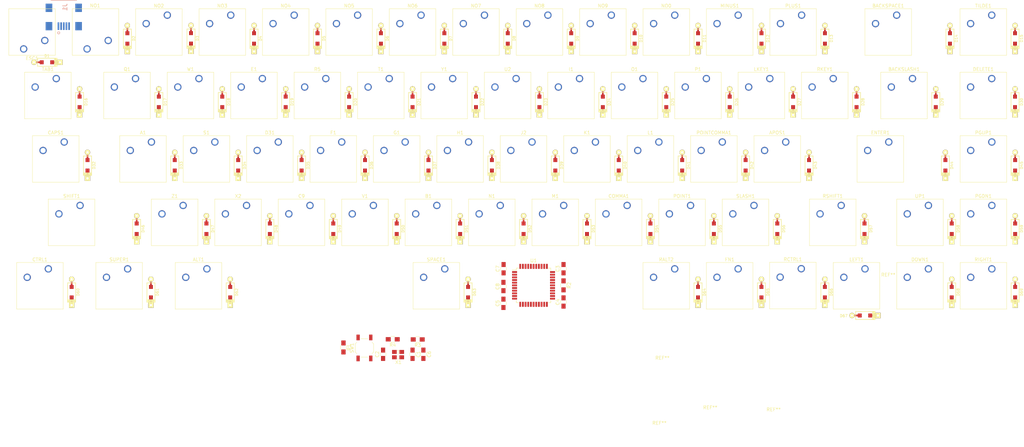
<source format=kicad_pcb>
(kicad_pcb (version 20171130) (host pcbnew "(5.1.4)-1")
  (layers (0 F.Cu signal) (31 B.Cu signal) (34 B.Paste user) (35 F.Paste user) (36 B.SilkS user) (37 F.SilkS user) (38 B.Mask user) (39 F.Mask user) (44 Edge.Cuts user))
  (net 0 "")
  (net 1 "Net-(A1-Pad2)")
  (net 2 /col2)
  (net 3 /col3)
  (net 4 "Net-(ALT1-Pad2)")
  (net 5 /col10)
  (net 6 "Net-(APOS1-Pad2)")
  (net 7 /col12)
  (net 8 "Net-(B1-Pad2)")
  (net 9 /col7)
  (net 10 /col14)
  (net 11 "Net-(BACKSLASH1-Pad2)")
  (net 12 "Net-(BACKSPACE1-Pad2)")
  (net 13 GND)
  (net 14 "Net-(C1-Pad1)")
  (net 15 "Net-(C2-Pad1)")
  (net 16 VCC)
  (net 17 "Net-(C8-Pad1)")
  (net 18 /col5)
  (net 19 "Net-(C9-Pad2)")
  (net 20 /col1)
  (net 21 "Net-(CAPS1-Pad2)")
  (net 22 "Net-(COMMA1-Pad2)")
  (net 23 "Net-(CTRL1-Pad2)")
  (net 24 "Net-(D1-Pad2)")
  (net 25 /row1)
  (net 26 "Net-(D2-Pad2)")
  (net 27 "Net-(D3-Pad2)")
  (net 28 "Net-(D4-Pad2)")
  (net 29 "Net-(D5-Pad2)")
  (net 30 "Net-(D6-Pad2)")
  (net 31 "Net-(D7-Pad2)")
  (net 32 "Net-(D8-Pad2)")
  (net 33 "Net-(D9-Pad2)")
  (net 34 "Net-(D10-Pad2)")
  (net 35 "Net-(D11-Pad2)")
  (net 36 "Net-(D12-Pad2)")
  (net 37 "Net-(D13-Pad2)")
  (net 38 "Net-(D15-Pad2)")
  (net 39 "Net-(D16-Pad2)")
  (net 40 /row2)
  (net 41 "Net-(D17-Pad2)")
  (net 42 "Net-(D18-Pad2)")
  (net 43 "Net-(D19-Pad2)")
  (net 44 "Net-(D20-Pad2)")
  (net 45 "Net-(D21-Pad2)")
  (net 46 "Net-(D22-Pad2)")
  (net 47 "Net-(D23-Pad2)")
  (net 48 "Net-(D24-Pad2)")
  (net 49 "Net-(D25-Pad2)")
  (net 50 "Net-(D26-Pad2)")
  (net 51 "Net-(D27-Pad2)")
  (net 52 "Net-(D28-Pad2)")
  (net 53 "Net-(D30-Pad2)")
  (net 54 /col4)
  (net 55 "Net-(D31-Pad2)")
  (net 56 /row3)
  (net 57 "Net-(D34-Pad2)")
  (net 58 "Net-(D36-Pad2)")
  (net 59 "Net-(D37-Pad2)")
  (net 60 "Net-(D38-Pad2)")
  (net 61 "Net-(D39-Pad2)")
  (net 62 "Net-(D40-Pad2)")
  (net 63 "Net-(D41-Pad2)")
  (net 64 "Net-(D42-Pad2)")
  (net 65 "Net-(D44-Pad2)")
  (net 66 "Net-(D45-Pad2)")
  (net 67 "Net-(D46-Pad2)")
  (net 68 /row4)
  (net 69 "Net-(D47-Pad2)")
  (net 70 "Net-(D48-Pad2)")
  (net 71 "Net-(D50-Pad2)")
  (net 72 "Net-(D52-Pad2)")
  (net 73 "Net-(D53-Pad2)")
  (net 74 "Net-(D55-Pad2)")
  (net 75 "Net-(D56-Pad2)")
  (net 76 "Net-(D57-Pad2)")
  (net 77 "Net-(D58-Pad2)")
  (net 78 "Net-(D59-Pad2)")
  (net 79 /row5)
  (net 80 "Net-(D61-Pad2)")
  (net 81 "Net-(D63-Pad2)")
  (net 82 "Net-(D65-Pad2)")
  (net 83 "Net-(D66-Pad2)")
  (net 84 "Net-(D67-Pad2)")
  (net 85 "Net-(D68-Pad2)")
  (net 86 "Net-(D69-Pad2)")
  (net 87 /col15)
  (net 88 /col13)
  (net 89 /col11)
  (net 90 /col6)
  (net 91 /col9)
  (net 92 "Net-(J1-Pad2)")
  (net 93 "Net-(J1-Pad3)")
  (net 94 "Net-(J1-Pad4)")
  (net 95 /col8)
  (net 96 "Net-(R1-Pad1)")
  (net 97 "Net-(R2-Pad2)")
  (net 98 "Net-(R3-Pad1)")
  (net 99 "Net-(R4-Pad1)")
  (net 100 "Net-(U1-Pad1)")
  (net 101 "Net-(U1-Pad19)")
  (net 102 "Net-(U1-Pad20)")
  (net 103 "Net-(U1-Pad21)")
  (net 104 "Net-(U1-Pad22)")
  (net 105 "Net-(U1-Pad42)")
  (net 106 "Net-(D64-Pad2)")
  (module SamacSys_Parts:1734035-2USB (layer B.Cu) (at 38.8 32.7 270)
    (fp_text reference J1 (at -3.18 1.831 90) (layer B.SilkS) (effects (font (size 1.27 1.27) (thickness 0.254)) (justify mirror)))
    (fp_text value USB_mini_micro_B hide)
    (pad 11 np_thru_hole circle (at 0 0 270) (size 0.9 0) (drill 0.9) (layers *.Cu *.Mask))
    (pad 10 np_thru_hole circle (at 0 4.4 270) (size 0.9 0) (drill 0.9) (layers *.Cu *.Mask))
    (pad 9 smd rect (at 2.5 6.65 180) (size 2 2.5) (layers B.Cu B.Paste B.Mask))
    (pad 8 smd rect (at -3 6.65 180) (size 2 2.5) (layers B.Cu B.Paste B.Mask))
    (pad 7 smd rect (at -3 -2.25 180) (size 2 2.5) (layers B.Cu B.Paste B.Mask))
    (pad 6 smd rect (at 2.5 -2.25 180) (size 2 2.5) (layers B.Cu B.Paste B.Mask) (net 13 GND))
    (pad 5 smd rect (at 2.5 0.6 180) (size 0.5 2.3) (layers B.Cu B.Paste B.Mask) (net 13 GND))
    (pad 4 smd rect (at 2.5 1.4 180) (size 0.5 2.3) (layers B.Cu B.Paste B.Mask) (net 94 "Net-(J1-Pad4)"))
    (pad 3 smd rect (at 2.5 2.2 180) (size 0.5 2.3) (layers B.Cu B.Paste B.Mask) (net 93 "Net-(J1-Pad3)"))
    (pad 2 smd rect (at 2.5 3 180) (size 0.5 2.3) (layers B.Cu B.Paste B.Mask) (net 92 "Net-(J1-Pad2)"))
    (pad 1 smd rect (at 2.5 3.8 180) (size 0.5 2.3) (layers B.Cu B.Paste B.Mask) (net 16 VCC))
  )
  (module MountingHole:MountingHole_2.2mm_M2 (layer F.Cu) (at 249.8 153.55)
    (fp_text reference REF** (at 0 -3.2) (layer F.SilkS))
    (fp_text value MountingHole_2.2mm_M2)
    (pad 1 np_thru_hole circle (at 0 0) (size 2.2 2.2) (drill 2.2) (layers *.Cu *.Mask))
  )
  (module MountingHole:MountingHole_2.2mm_M2 (layer F.Cu) (at 284.234 113.1)
    (fp_text reference REF** (at 0 -3.2) (layer F.SilkS))
    (fp_text value MountingHole_2.2mm_M2)
    (pad 1 np_thru_hole circle (at 0 0) (size 2.2 2.2) (drill 2.2) (layers *.Cu *.Mask))
  )
  (module MountingHole:MountingHole_2.2mm_M2 (layer F.Cu) (at 230.75 152.95)
    (fp_text reference REF** (at 0 -3.2) (layer F.SilkS))
    (fp_text value MountingHole_2.2mm_M2)
    (pad 1 np_thru_hole circle (at 0 0) (size 2.2 2.2) (drill 2.2) (layers *.Cu *.Mask))
  )
  (module MountingHole:MountingHole_2.2mm_M2 (layer F.Cu) (at 215.5 157.6)
    (fp_text reference REF** (at 0 -3.2) (layer F.SilkS))
    (fp_text value MountingHole_2.2mm_M2)
    (pad 1 np_thru_hole circle (at 0 0) (size 2.2 2.2) (drill 2.2) (layers *.Cu *.Mask))
  )
  (module MountingHole:MountingHole_2.2mm_M2 (layer F.Cu) (at 216.4 138.05)
    (fp_text reference REF** (at 0 -3.2) (layer F.SilkS))
    (fp_text value MountingHole_2.2mm_M2)
    (pad 1 np_thru_hole circle (at 0 0) (size 2.2 2.2) (drill 2.2) (layers *.Cu *.Mask))
  )
  (module Button_Switch_Keyboard:SW_Cherry_MX_2.00u_PCB (layer F.Cu) (at 286.75 31.9)
    (fp_text reference BACKSPACE1 (at -2.54 -2.794) (layer F.SilkS))
    (fp_text value KEYSW)
    (pad "" np_thru_hole circle (at 9.36 -1.92) (size 3.05 3.05) (drill 3.05) (layers *.Cu *.Mask))
    (pad "" np_thru_hole circle (at -14.44 -1.92) (size 3.05 3.05) (drill 3.05) (layers *.Cu *.Mask))
    (pad "" np_thru_hole circle (at -14.44 13.32) (size 4 4) (drill 4) (layers *.Cu *.Mask))
    (pad "" np_thru_hole circle (at 9.36 13.32) (size 4 4) (drill 4) (layers *.Cu *.Mask))
    (pad "" np_thru_hole circle (at -2.54 5.08) (size 4 4) (drill 4) (layers *.Cu *.Mask))
    (pad 2 thru_hole circle (at -6.35 2.54) (size 2.2 2.2) (drill 1.5) (layers *.Cu *.Mask) (net 12 "Net-(BACKSPACE1-Pad2)"))
    (pad 1 thru_hole circle (at 0 0) (size 2.2 2.2) (drill 1.5) (layers *.Cu *.Mask) (net 10 /col14))
  )
  (module Button_Switch_Keyboard:SW_Cherry_MX_2.25u_PCB (layer F.Cu) (at 41.494 89.05)
    (fp_text reference SHIFT1 (at -2.54 -2.794) (layer F.SilkS))
    (fp_text value KEYSW)
    (pad "" np_thru_hole circle (at 9.36 -1.92) (size 3.05 3.05) (drill 3.05) (layers *.Cu *.Mask))
    (pad "" np_thru_hole circle (at -14.44 -1.92) (size 3.05 3.05) (drill 3.05) (layers *.Cu *.Mask))
    (pad "" np_thru_hole circle (at -14.44 13.32) (size 4 4) (drill 4) (layers *.Cu *.Mask))
    (pad "" np_thru_hole circle (at 9.36 13.32) (size 4 4) (drill 4) (layers *.Cu *.Mask))
    (pad "" np_thru_hole circle (at -2.54 5.08) (size 4 4) (drill 4) (layers *.Cu *.Mask))
    (pad 2 thru_hole circle (at -6.35 2.54) (size 2.2 2.2) (drill 1.5) (layers *.Cu *.Mask) (net 67 "Net-(D46-Pad2)"))
    (pad 1 thru_hole circle (at 0 0) (size 2.2 2.2) (drill 1.5) (layers *.Cu *.Mask) (net 20 /col1))
  )
  (module Button_Switch_Keyboard:SW_Cherry_MX_2.25u_PCB (layer F.Cu) (at 284.38 70)
    (fp_text reference ENTER1 (at -2.54 -2.794) (layer F.SilkS))
    (fp_text value KEYSW)
    (pad "" np_thru_hole circle (at 9.36 -1.92) (size 3.05 3.05) (drill 3.05) (layers *.Cu *.Mask))
    (pad "" np_thru_hole circle (at -14.44 -1.92) (size 3.05 3.05) (drill 3.05) (layers *.Cu *.Mask))
    (pad "" np_thru_hole circle (at -14.44 13.32) (size 4 4) (drill 4) (layers *.Cu *.Mask))
    (pad "" np_thru_hole circle (at 9.36 13.32) (size 4 4) (drill 4) (layers *.Cu *.Mask))
    (pad "" np_thru_hole circle (at -2.54 5.08) (size 4 4) (drill 4) (layers *.Cu *.Mask))
    (pad 2 thru_hole circle (at -6.35 2.54) (size 2.2 2.2) (drill 1.5) (layers *.Cu *.Mask) (net 65 "Net-(D44-Pad2)"))
    (pad 1 thru_hole circle (at 0 0) (size 2.2 2.2) (drill 1.5) (layers *.Cu *.Mask) (net 88 /col13))
  )
  (module Button_Switch_Keyboard:SW_Cherry_MX_6.25u_PCB (layer F.Cu) (at 151.029 108.1)
    (fp_text reference SPACE1 (at -2.54 -2.794) (layer F.SilkS))
    (fp_text value KEYSW)
    (pad "" np_thru_hole circle (at 47.46 -1.92) (size 3.05 3.05) (drill 3.05) (layers *.Cu *.Mask))
    (pad "" np_thru_hole circle (at -52.54 -1.92) (size 3.05 3.05) (drill 3.05) (layers *.Cu *.Mask))
    (pad "" np_thru_hole circle (at -52.54 13.32) (size 4 4) (drill 4) (layers *.Cu *.Mask))
    (pad "" np_thru_hole circle (at 47.46 13.32) (size 4 4) (drill 4) (layers *.Cu *.Mask))
    (pad "" np_thru_hole circle (at -2.54 5.08) (size 4 4) (drill 4) (layers *.Cu *.Mask))
    (pad 2 thru_hole circle (at -6.35 2.54) (size 2.2 2.2) (drill 1.5) (layers *.Cu *.Mask) (net 81 "Net-(D63-Pad2)"))
    (pad 1 thru_hole circle (at 0 0) (size 2.2 2.2) (drill 1.5) (layers *.Cu *.Mask) (net 54 /col4))
  )
  (module oldstuff:R_0805_HandSoldering (layer F.Cu) (at 135.4 129.25 180)
    (fp_text reference R4 (at 0 -1.7) (layer F.SilkS))
    (fp_text value 22)
    (pad 2 smd rect (at 1.35 0 180) (size 1.5 1.3) (layers F.Cu F.Paste F.Mask) (net 93 "Net-(J1-Pad3)"))
    (pad 1 smd rect (at -1.35 0 180) (size 1.5 1.3) (layers F.Cu F.Paste F.Mask) (net 99 "Net-(R4-Pad1)"))
  )
  (module oldstuff:R_0805_HandSoldering (layer F.Cu) (at 142.9 129.3 180)
    (fp_text reference R3 (at 0 -1.7) (layer F.SilkS))
    (fp_text value 22)
    (pad 2 smd rect (at 1.35 0 180) (size 1.5 1.3) (layers F.Cu F.Paste F.Mask) (net 92 "Net-(J1-Pad2)"))
    (pad 1 smd rect (at -1.35 0 180) (size 1.5 1.3) (layers F.Cu F.Paste F.Mask) (net 98 "Net-(R3-Pad1)"))
  )
  (module oldstuff:R_0805_HandSoldering (layer F.Cu) (at 186.694 113.05 270)
    (fp_text reference R2 (at 0 -1.7 90) (layer F.SilkS))
    (fp_text value 10k)
    (pad 2 smd rect (at 1.35 0 270) (size 1.5 1.3) (layers F.Cu F.Paste F.Mask) (net 97 "Net-(R2-Pad2)"))
    (pad 1 smd rect (at -1.35 0 270) (size 1.5 1.3) (layers F.Cu F.Paste F.Mask) (net 13 GND))
  )
  (module oldstuff:R_0805_HandSoldering (layer F.Cu) (at 120.6 131.7 270)
    (fp_text reference R1 (at 0 -1.7 90) (layer F.SilkS))
    (fp_text value 10k)
    (pad 2 smd rect (at 1.35 0 270) (size 1.5 1.3) (layers F.Cu F.Paste F.Mask) (net 16 VCC))
    (pad 1 smd rect (at -1.35 0 270) (size 1.5 1.3) (layers F.Cu F.Paste F.Mask) (net 96 "Net-(R1-Pad1)"))
  )
  (module oldstuff:C_0805_HandSoldering (layer F.Cu) (at 168.644 113.4 90)
    (fp_text reference C8 (at 0 -1.75 90) (layer F.SilkS))
    (fp_text value 1u)
    (pad 2 smd rect (at 1.25 0 90) (size 1.5 1.25) (layers F.Cu F.Paste F.Mask) (net 13 GND))
    (pad 1 smd rect (at -1.25 0 90) (size 1.5 1.25) (layers F.Cu F.Paste F.Mask) (net 17 "Net-(C8-Pad1)"))
  )
  (module oldstuff:C_0805_HandSoldering (layer F.Cu) (at 168.694 108.05 90)
    (fp_text reference C7 (at 0 -1.75 90) (layer F.SilkS))
    (fp_text value 4.7u)
    (pad 2 smd rect (at 1.25 0 90) (size 1.5 1.25) (layers F.Cu F.Paste F.Mask) (net 16 VCC))
    (pad 1 smd rect (at -1.25 0 90) (size 1.5 1.25) (layers F.Cu F.Paste F.Mask) (net 13 GND))
  )
  (module oldstuff:C_0805_HandSoldering (layer F.Cu) (at 144.6 133.75 270)
    (fp_text reference C6 (at 0 -1.75 90) (layer F.SilkS))
    (fp_text value 0.1u)
    (pad 2 smd rect (at 1.25 0 270) (size 1.5 1.25) (layers F.Cu F.Paste F.Mask) (net 16 VCC))
    (pad 1 smd rect (at -1.25 0 270) (size 1.5 1.25) (layers F.Cu F.Paste F.Mask) (net 13 GND))
  )
  (module oldstuff:C_0805_HandSoldering (layer F.Cu) (at 168.644 118.45 90)
    (fp_text reference C5 (at 0 -1.75 90) (layer F.SilkS))
    (fp_text value 0.1u)
    (pad 2 smd rect (at 1.25 0 90) (size 1.5 1.25) (layers F.Cu F.Paste F.Mask) (net 16 VCC))
    (pad 1 smd rect (at -1.25 0 90) (size 1.5 1.25) (layers F.Cu F.Paste F.Mask) (net 13 GND))
  )
  (module oldstuff:C_0805_HandSoldering (layer F.Cu) (at 186.694 118.05 90)
    (fp_text reference C4 (at 0 -1.75 90) (layer F.SilkS))
    (fp_text value 0.1u)
    (pad 2 smd rect (at 1.25 0 90) (size 1.5 1.25) (layers F.Cu F.Paste F.Mask) (net 16 VCC))
    (pad 1 smd rect (at -1.25 0 90) (size 1.5 1.25) (layers F.Cu F.Paste F.Mask) (net 13 GND))
  )
  (module oldstuff:C_0805_HandSoldering (layer F.Cu) (at 186.694 108.05 90)
    (fp_text reference C3 (at 0 -1.75 90) (layer F.SilkS))
    (fp_text value 0.1u)
    (pad 2 smd rect (at 1.25 0 90) (size 1.5 1.25) (layers F.Cu F.Paste F.Mask) (net 16 VCC))
    (pad 1 smd rect (at -1.25 0 90) (size 1.5 1.25) (layers F.Cu F.Paste F.Mask) (net 13 GND))
  )
  (module oldstuff:C_0805_HandSoldering (layer F.Cu) (at 132.5 133.75 90)
    (fp_text reference C2 (at 0 -1.75 90) (layer F.SilkS))
    (fp_text value 22p)
    (pad 2 smd rect (at 1.25 0 90) (size 1.5 1.25) (layers F.Cu F.Paste F.Mask) (net 13 GND))
    (pad 1 smd rect (at -1.25 0 90) (size 1.5 1.25) (layers F.Cu F.Paste F.Mask) (net 15 "Net-(C2-Pad1)"))
  )
  (module oldstuff:C_0805_HandSoldering (layer F.Cu) (at 141.35 133.75 270)
    (fp_text reference C1 (at 0 -1.75 90) (layer F.SilkS))
    (fp_text value 22p)
    (pad 2 smd rect (at 1.25 0 270) (size 1.5 1.25) (layers F.Cu F.Paste F.Mask) (net 13 GND))
    (pad 1 smd rect (at -1.25 0 270) (size 1.5 1.25) (layers F.Cu F.Paste F.Mask) (net 14 "Net-(C1-Pad1)"))
  )
  (module Button_Switch_Keyboard:SW_Cherry_MX_1.00u_Plate (layer F.Cu) (at 62.93 70)
    (fp_text reference A1 (at -2.54 -2.794) (layer F.SilkS))
    (fp_text value KEYSW)
    (pad "" np_thru_hole circle (at -2.54 5.08) (size 4 4) (drill 4) (layers *.Cu *.Mask))
    (pad 2 thru_hole circle (at -6.35 2.54) (size 2.2 2.2) (drill 1.5) (layers *.Cu *.Mask) (net 1 "Net-(A1-Pad2)"))
    (pad 1 thru_hole circle (at 0 0) (size 2.2 2.2) (drill 1.5) (layers *.Cu *.Mask) (net 2 /col2))
  )
  (module Button_Switch_Keyboard:SW_Cherry_MX_1.25u_Plate (layer F.Cu) (at 79.589 108.1)
    (fp_text reference ALT1 (at -2.54 -2.794) (layer F.SilkS))
    (fp_text value KEYSW)
    (pad 1 thru_hole circle (at 0 0) (size 2.2 2.2) (drill 1.5) (layers *.Cu *.Mask) (net 3 /col3))
    (pad 2 thru_hole circle (at -6.35 2.54) (size 2.2 2.2) (drill 1.5) (layers *.Cu *.Mask) (net 4 "Net-(ALT1-Pad2)"))
    (pad "" np_thru_hole circle (at -2.54 5.08) (size 4 4) (drill 4) (layers *.Cu *.Mask))
  )
  (module Button_Switch_Keyboard:SW_Cherry_MX_1.00u_Plate (layer F.Cu) (at 220.084 108.1)
    (fp_text reference RALT2 (at -2.54 -2.794) (layer F.SilkS))
    (fp_text value KEYSW)
    (pad "" np_thru_hole circle (at -2.54 5.08) (size 4 4) (drill 4) (layers *.Cu *.Mask))
    (pad 2 thru_hole circle (at -6.35 2.54) (size 2.2 2.2) (drill 1.5) (layers *.Cu *.Mask) (net 106 "Net-(D64-Pad2)"))
    (pad 1 thru_hole circle (at 0 0) (size 2.2 2.2) (drill 1.5) (layers *.Cu *.Mask) (net 5 /col10))
  )
  (module Button_Switch_Keyboard:SW_Cherry_MX_1.00u_Plate (layer F.Cu) (at 253.43 70)
    (fp_text reference APOS1 (at -2.54 -2.794) (layer F.SilkS))
    (fp_text value KEYSW)
    (pad "" np_thru_hole circle (at -2.54 5.08) (size 4 4) (drill 4) (layers *.Cu *.Mask))
    (pad 2 thru_hole circle (at -6.35 2.54) (size 2.2 2.2) (drill 1.5) (layers *.Cu *.Mask) (net 6 "Net-(APOS1-Pad2)"))
    (pad 1 thru_hole circle (at 0 0) (size 2.2 2.2) (drill 1.5) (layers *.Cu *.Mask) (net 7 /col12))
  )
  (module Button_Switch_Keyboard:SW_Cherry_MX_1.00u_Plate (layer F.Cu) (at 148.644 89.05)
    (fp_text reference B1 (at -2.54 -2.794) (layer F.SilkS))
    (fp_text value KEYSW)
    (pad "" np_thru_hole circle (at -2.54 5.08) (size 4 4) (drill 4) (layers *.Cu *.Mask))
    (pad 2 thru_hole circle (at -6.35 2.54) (size 2.2 2.2) (drill 1.5) (layers *.Cu *.Mask) (net 8 "Net-(B1-Pad2)"))
    (pad 1 thru_hole circle (at 0 0) (size 2.2 2.2) (drill 1.5) (layers *.Cu *.Mask) (net 9 /col7))
  )
  (module Button_Switch_Keyboard:SW_Cherry_MX_1.50u_Plate (layer F.Cu) (at 291.5 50.95)
    (fp_text reference BACKSLASH1 (at -2.54 -2.794) (layer F.SilkS))
    (fp_text value KEYSW)
    (pad 1 thru_hole circle (at 0 0) (size 2.2 2.2) (drill 1.5) (layers *.Cu *.Mask) (net 10 /col14))
    (pad 2 thru_hole circle (at -6.35 2.54) (size 2.2 2.2) (drill 1.5) (layers *.Cu *.Mask) (net 11 "Net-(BACKSLASH1-Pad2)"))
    (pad "" np_thru_hole circle (at -2.54 5.08) (size 4 4) (drill 4) (layers *.Cu *.Mask))
  )
  (module Button_Switch_Keyboard:SW_Cherry_MX_1.00u_Plate (layer F.Cu) (at 110.544 89.05)
    (fp_text reference C9 (at -2.54 -2.794) (layer F.SilkS))
    (fp_text value KEYSW)
    (pad 1 thru_hole circle (at 0 0) (size 2.2 2.2) (drill 1.5) (layers *.Cu *.Mask) (net 18 /col5))
    (pad 2 thru_hole circle (at -6.35 2.54) (size 2.2 2.2) (drill 1.5) (layers *.Cu *.Mask) (net 19 "Net-(C9-Pad2)"))
    (pad "" np_thru_hole circle (at -2.54 5.08) (size 4 4) (drill 4) (layers *.Cu *.Mask))
  )
  (module Button_Switch_Keyboard:SW_Cherry_MX_1.75u_Plate (layer F.Cu) (at 36.73 70)
    (fp_text reference CAPS1 (at -2.54 -2.794) (layer F.SilkS))
    (fp_text value KEYSW)
    (pad 1 thru_hole circle (at 0 0) (size 2.2 2.2) (drill 1.5) (layers *.Cu *.Mask) (net 20 /col1))
    (pad 2 thru_hole circle (at -6.35 2.54) (size 2.2 2.2) (drill 1.5) (layers *.Cu *.Mask) (net 21 "Net-(CAPS1-Pad2)"))
    (pad "" np_thru_hole circle (at -2.54 5.08) (size 4 4) (drill 4) (layers *.Cu *.Mask))
  )
  (module Button_Switch_Keyboard:SW_Cherry_MX_1.00u_Plate (layer F.Cu) (at 205.794 89.05)
    (fp_text reference COMMA1 (at -2.54 -2.794) (layer F.SilkS))
    (fp_text value KEYSW)
    (pad "" np_thru_hole circle (at -2.54 5.08) (size 4 4) (drill 4) (layers *.Cu *.Mask))
    (pad 2 thru_hole circle (at -6.35 2.54) (size 2.2 2.2) (drill 1.5) (layers *.Cu *.Mask) (net 22 "Net-(COMMA1-Pad2)"))
    (pad 1 thru_hole circle (at 0 0) (size 2.2 2.2) (drill 1.5) (layers *.Cu *.Mask) (net 5 /col10))
  )
  (module Button_Switch_Keyboard:SW_Cherry_MX_1.25u_Plate (layer F.Cu) (at 31.969 108.1)
    (fp_text reference CTRL1 (at -2.54 -2.794) (layer F.SilkS))
    (fp_text value KEYSW)
    (pad 1 thru_hole circle (at 0 0) (size 2.2 2.2) (drill 1.5) (layers *.Cu *.Mask) (net 20 /col1))
    (pad 2 thru_hole circle (at -6.35 2.54) (size 2.2 2.2) (drill 1.5) (layers *.Cu *.Mask) (net 23 "Net-(CTRL1-Pad2)"))
    (pad "" np_thru_hole circle (at -2.54 5.08) (size 4 4) (drill 4) (layers *.Cu *.Mask))
  )
  (module keyboard_parts:D_SOD123_axial (layer F.Cu) (at 31.55 46.05 180)
    (fp_text reference D1 (at 0 1.925) (layer F.SilkS) (effects (font (size 0.8 0.8))))
    (fp_text value D hide)
    (pad 2 smd rect (at 1.575 0 180) (size 1.2 1.2) (layers F.Cu F.Paste F.Mask) (net 24 "Net-(D1-Pad2)"))
    (pad 1 smd rect (at -1.575 0 180) (size 1.2 1.2) (layers F.Cu F.Paste F.Mask) (net 25 /row1))
    (pad 1 thru_hole rect (at -3.9 0 180) (size 1.6 1.6) (drill 0.7) (layers *.Cu *.Mask F.SilkS) (net 25 /row1))
    (pad 2 thru_hole circle (at 3.9 0 180) (size 1.6 1.6) (drill 0.7) (layers *.Cu *.Mask F.SilkS) (net 24 "Net-(D1-Pad2)"))
    (pad 1 smd rect (at -2.7 0 180) (size 2.5 0.5) (layers F.Cu) (net 25 /row1))
    (pad 2 smd rect (at 2.7 0 180) (size 2.5 0.5) (layers F.Cu) (net 24 "Net-(D1-Pad2)"))
  )
  (module keyboard_parts:D_SOD123_axial (layer F.Cu) (at 55.7 38.9 90)
    (fp_text reference D2 (at 0 1.925 90) (layer F.SilkS) (effects (font (size 0.8 0.8))))
    (fp_text value D hide)
    (pad 2 smd rect (at 1.575 0 90) (size 1.2 1.2) (layers F.Cu F.Paste F.Mask) (net 26 "Net-(D2-Pad2)"))
    (pad 1 smd rect (at -1.575 0 90) (size 1.2 1.2) (layers F.Cu F.Paste F.Mask) (net 25 /row1))
    (pad 1 thru_hole rect (at -3.9 0 90) (size 1.6 1.6) (drill 0.7) (layers *.Cu *.Mask F.SilkS) (net 25 /row1))
    (pad 2 thru_hole circle (at 3.9 0 90) (size 1.6 1.6) (drill 0.7) (layers *.Cu *.Mask F.SilkS) (net 26 "Net-(D2-Pad2)"))
    (pad 1 smd rect (at -2.7 0 90) (size 2.5 0.5) (layers F.Cu) (net 25 /row1))
    (pad 2 smd rect (at 2.7 0 90) (size 2.5 0.5) (layers F.Cu) (net 26 "Net-(D2-Pad2)"))
  )
  (module keyboard_parts:D_SOD123_axial (layer F.Cu) (at 74.81 38.87 90)
    (fp_text reference D3 (at 0 1.925 270) (layer F.SilkS) (effects (font (size 0.8 0.8))))
    (fp_text value D hide)
    (pad 2 smd rect (at 2.7 0 90) (size 2.5 0.5) (layers F.Cu) (net 27 "Net-(D3-Pad2)"))
    (pad 1 smd rect (at -2.7 0 90) (size 2.5 0.5) (layers F.Cu) (net 25 /row1))
    (pad 2 thru_hole circle (at 3.9 0 90) (size 1.6 1.6) (drill 0.7) (layers *.Cu *.Mask F.SilkS) (net 27 "Net-(D3-Pad2)"))
    (pad 1 thru_hole rect (at -3.9 0 90) (size 1.6 1.6) (drill 0.7) (layers *.Cu *.Mask F.SilkS) (net 25 /row1))
    (pad 1 smd rect (at -1.575 0 90) (size 1.2 1.2) (layers F.Cu F.Paste F.Mask) (net 25 /row1))
    (pad 2 smd rect (at 1.575 0 90) (size 1.2 1.2) (layers F.Cu F.Paste F.Mask) (net 27 "Net-(D3-Pad2)"))
  )
  (module keyboard_parts:D_SOD123_axial (layer F.Cu) (at 93.75 38.9 90)
    (fp_text reference D4 (at 0 1.925 90) (layer F.SilkS) (effects (font (size 0.8 0.8))))
    (fp_text value D hide)
    (pad 2 smd rect (at 1.575 0 90) (size 1.2 1.2) (layers F.Cu F.Paste F.Mask) (net 28 "Net-(D4-Pad2)"))
    (pad 1 smd rect (at -1.575 0 90) (size 1.2 1.2) (layers F.Cu F.Paste F.Mask) (net 25 /row1))
    (pad 1 thru_hole rect (at -3.9 0 90) (size 1.6 1.6) (drill 0.7) (layers *.Cu *.Mask F.SilkS) (net 25 /row1))
    (pad 2 thru_hole circle (at 3.9 0 90) (size 1.6 1.6) (drill 0.7) (layers *.Cu *.Mask F.SilkS) (net 28 "Net-(D4-Pad2)"))
    (pad 1 smd rect (at -2.7 0 90) (size 2.5 0.5) (layers F.Cu) (net 25 /row1))
    (pad 2 smd rect (at 2.7 0 90) (size 2.5 0.5) (layers F.Cu) (net 28 "Net-(D4-Pad2)"))
  )
  (module keyboard_parts:D_SOD123_axial (layer F.Cu) (at 112.8 38.9 90)
    (fp_text reference D5 (at 0 1.925 90) (layer F.SilkS) (effects (font (size 0.8 0.8))))
    (fp_text value D hide)
    (pad 2 smd rect (at 1.575 0 90) (size 1.2 1.2) (layers F.Cu F.Paste F.Mask) (net 29 "Net-(D5-Pad2)"))
    (pad 1 smd rect (at -1.575 0 90) (size 1.2 1.2) (layers F.Cu F.Paste F.Mask) (net 25 /row1))
    (pad 1 thru_hole rect (at -3.9 0 90) (size 1.6 1.6) (drill 0.7) (layers *.Cu *.Mask F.SilkS) (net 25 /row1))
    (pad 2 thru_hole circle (at 3.9 0 90) (size 1.6 1.6) (drill 0.7) (layers *.Cu *.Mask F.SilkS) (net 29 "Net-(D5-Pad2)"))
    (pad 1 smd rect (at -2.7 0 90) (size 2.5 0.5) (layers F.Cu) (net 25 /row1))
    (pad 2 smd rect (at 2.7 0 90) (size 2.5 0.5) (layers F.Cu) (net 29 "Net-(D5-Pad2)"))
  )
  (module keyboard_parts:D_SOD123_axial (layer F.Cu) (at 131.85 38.9 90)
    (fp_text reference D6 (at 0 1.925 90) (layer F.SilkS) (effects (font (size 0.8 0.8))))
    (fp_text value D hide)
    (pad 2 smd rect (at 2.7 0 90) (size 2.5 0.5) (layers F.Cu) (net 30 "Net-(D6-Pad2)"))
    (pad 1 smd rect (at -2.7 0 90) (size 2.5 0.5) (layers F.Cu) (net 25 /row1))
    (pad 2 thru_hole circle (at 3.9 0 90) (size 1.6 1.6) (drill 0.7) (layers *.Cu *.Mask F.SilkS) (net 30 "Net-(D6-Pad2)"))
    (pad 1 thru_hole rect (at -3.9 0 90) (size 1.6 1.6) (drill 0.7) (layers *.Cu *.Mask F.SilkS) (net 25 /row1))
    (pad 1 smd rect (at -1.575 0 90) (size 1.2 1.2) (layers F.Cu F.Paste F.Mask) (net 25 /row1))
    (pad 2 smd rect (at 1.575 0 90) (size 1.2 1.2) (layers F.Cu F.Paste F.Mask) (net 30 "Net-(D6-Pad2)"))
  )
  (module keyboard_parts:D_SOD123_axial (layer F.Cu) (at 150.9 38.9 90)
    (fp_text reference D7 (at 0 1.925 90) (layer F.SilkS) (effects (font (size 0.8 0.8))))
    (fp_text value D hide)
    (pad 2 smd rect (at 2.7 0 90) (size 2.5 0.5) (layers F.Cu) (net 31 "Net-(D7-Pad2)"))
    (pad 1 smd rect (at -2.7 0 90) (size 2.5 0.5) (layers F.Cu) (net 25 /row1))
    (pad 2 thru_hole circle (at 3.9 0 90) (size 1.6 1.6) (drill 0.7) (layers *.Cu *.Mask F.SilkS) (net 31 "Net-(D7-Pad2)"))
    (pad 1 thru_hole rect (at -3.9 0 90) (size 1.6 1.6) (drill 0.7) (layers *.Cu *.Mask F.SilkS) (net 25 /row1))
    (pad 1 smd rect (at -1.575 0 90) (size 1.2 1.2) (layers F.Cu F.Paste F.Mask) (net 25 /row1))
    (pad 2 smd rect (at 1.575 0 90) (size 1.2 1.2) (layers F.Cu F.Paste F.Mask) (net 31 "Net-(D7-Pad2)"))
  )
  (module keyboard_parts:D_SOD123_axial (layer F.Cu) (at 169.95 38.9 90)
    (fp_text reference D8 (at 0 1.925 90) (layer F.SilkS) (effects (font (size 0.8 0.8))))
    (fp_text value D hide)
    (pad 2 smd rect (at 2.7 0 90) (size 2.5 0.5) (layers F.Cu) (net 32 "Net-(D8-Pad2)"))
    (pad 1 smd rect (at -2.7 0 90) (size 2.5 0.5) (layers F.Cu) (net 25 /row1))
    (pad 2 thru_hole circle (at 3.9 0 90) (size 1.6 1.6) (drill 0.7) (layers *.Cu *.Mask F.SilkS) (net 32 "Net-(D8-Pad2)"))
    (pad 1 thru_hole rect (at -3.9 0 90) (size 1.6 1.6) (drill 0.7) (layers *.Cu *.Mask F.SilkS) (net 25 /row1))
    (pad 1 smd rect (at -1.575 0 90) (size 1.2 1.2) (layers F.Cu F.Paste F.Mask) (net 25 /row1))
    (pad 2 smd rect (at 1.575 0 90) (size 1.2 1.2) (layers F.Cu F.Paste F.Mask) (net 32 "Net-(D8-Pad2)"))
  )
  (module keyboard_parts:D_SOD123_axial (layer F.Cu) (at 189 38.9 90)
    (fp_text reference D9 (at 0 1.925 90) (layer F.SilkS) (effects (font (size 0.8 0.8))))
    (fp_text value D hide)
    (pad 2 smd rect (at 2.7 0 90) (size 2.5 0.5) (layers F.Cu) (net 33 "Net-(D9-Pad2)"))
    (pad 1 smd rect (at -2.7 0 90) (size 2.5 0.5) (layers F.Cu) (net 25 /row1))
    (pad 2 thru_hole circle (at 3.9 0 90) (size 1.6 1.6) (drill 0.7) (layers *.Cu *.Mask F.SilkS) (net 33 "Net-(D9-Pad2)"))
    (pad 1 thru_hole rect (at -3.9 0 90) (size 1.6 1.6) (drill 0.7) (layers *.Cu *.Mask F.SilkS) (net 25 /row1))
    (pad 1 smd rect (at -1.575 0 90) (size 1.2 1.2) (layers F.Cu F.Paste F.Mask) (net 25 /row1))
    (pad 2 smd rect (at 1.575 0 90) (size 1.2 1.2) (layers F.Cu F.Paste F.Mask) (net 33 "Net-(D9-Pad2)"))
  )
  (module keyboard_parts:D_SOD123_axial (layer F.Cu) (at 208.05 38.9 90)
    (fp_text reference D10 (at 0 1.925 90) (layer F.SilkS) (effects (font (size 0.8 0.8))))
    (fp_text value D hide)
    (pad 2 smd rect (at 2.7 0 90) (size 2.5 0.5) (layers F.Cu) (net 34 "Net-(D10-Pad2)"))
    (pad 1 smd rect (at -2.7 0 90) (size 2.5 0.5) (layers F.Cu) (net 25 /row1))
    (pad 2 thru_hole circle (at 3.9 0 90) (size 1.6 1.6) (drill 0.7) (layers *.Cu *.Mask F.SilkS) (net 34 "Net-(D10-Pad2)"))
    (pad 1 thru_hole rect (at -3.9 0 90) (size 1.6 1.6) (drill 0.7) (layers *.Cu *.Mask F.SilkS) (net 25 /row1))
    (pad 1 smd rect (at -1.575 0 90) (size 1.2 1.2) (layers F.Cu F.Paste F.Mask) (net 25 /row1))
    (pad 2 smd rect (at 1.575 0 90) (size 1.2 1.2) (layers F.Cu F.Paste F.Mask) (net 34 "Net-(D10-Pad2)"))
  )
  (module keyboard_parts:D_SOD123_axial (layer F.Cu) (at 227.1 38.9 90)
    (fp_text reference D11 (at 0 1.925 90) (layer F.SilkS) (effects (font (size 0.8 0.8))))
    (fp_text value D hide)
    (pad 2 smd rect (at 2.7 0 90) (size 2.5 0.5) (layers F.Cu) (net 35 "Net-(D11-Pad2)"))
    (pad 1 smd rect (at -2.7 0 90) (size 2.5 0.5) (layers F.Cu) (net 25 /row1))
    (pad 2 thru_hole circle (at 3.9 0 90) (size 1.6 1.6) (drill 0.7) (layers *.Cu *.Mask F.SilkS) (net 35 "Net-(D11-Pad2)"))
    (pad 1 thru_hole rect (at -3.9 0 90) (size 1.6 1.6) (drill 0.7) (layers *.Cu *.Mask F.SilkS) (net 25 /row1))
    (pad 1 smd rect (at -1.575 0 90) (size 1.2 1.2) (layers F.Cu F.Paste F.Mask) (net 25 /row1))
    (pad 2 smd rect (at 1.575 0 90) (size 1.2 1.2) (layers F.Cu F.Paste F.Mask) (net 35 "Net-(D11-Pad2)"))
  )
  (module keyboard_parts:D_SOD123_axial (layer F.Cu) (at 246.15 38.9 90)
    (fp_text reference D12 (at 0 1.925 90) (layer F.SilkS) (effects (font (size 0.8 0.8))))
    (fp_text value D hide)
    (pad 2 smd rect (at 1.575 0 90) (size 1.2 1.2) (layers F.Cu F.Paste F.Mask) (net 36 "Net-(D12-Pad2)"))
    (pad 1 smd rect (at -1.575 0 90) (size 1.2 1.2) (layers F.Cu F.Paste F.Mask) (net 25 /row1))
    (pad 1 thru_hole rect (at -3.9 0 90) (size 1.6 1.6) (drill 0.7) (layers *.Cu *.Mask F.SilkS) (net 25 /row1))
    (pad 2 thru_hole circle (at 3.9 0 90) (size 1.6 1.6) (drill 0.7) (layers *.Cu *.Mask F.SilkS) (net 36 "Net-(D12-Pad2)"))
    (pad 1 smd rect (at -2.7 0 90) (size 2.5 0.5) (layers F.Cu) (net 25 /row1))
    (pad 2 smd rect (at 2.7 0 90) (size 2.5 0.5) (layers F.Cu) (net 36 "Net-(D12-Pad2)"))
  )
  (module keyboard_parts:D_SOD123_axial (layer F.Cu) (at 265.2 38.9 90)
    (fp_text reference D13 (at 0 1.925 90) (layer F.SilkS) (effects (font (size 0.8 0.8))))
    (fp_text value D hide)
    (pad 2 smd rect (at 2.7 0 90) (size 2.5 0.5) (layers F.Cu) (net 37 "Net-(D13-Pad2)"))
    (pad 1 smd rect (at -2.7 0 90) (size 2.5 0.5) (layers F.Cu) (net 25 /row1))
    (pad 2 thru_hole circle (at 3.9 0 90) (size 1.6 1.6) (drill 0.7) (layers *.Cu *.Mask F.SilkS) (net 37 "Net-(D13-Pad2)"))
    (pad 1 thru_hole rect (at -3.9 0 90) (size 1.6 1.6) (drill 0.7) (layers *.Cu *.Mask F.SilkS) (net 25 /row1))
    (pad 1 smd rect (at -1.575 0 90) (size 1.2 1.2) (layers F.Cu F.Paste F.Mask) (net 25 /row1))
    (pad 2 smd rect (at 1.575 0 90) (size 1.2 1.2) (layers F.Cu F.Paste F.Mask) (net 37 "Net-(D13-Pad2)"))
  )
  (module keyboard_parts:D_SOD123_axial (layer F.Cu) (at 302.75 38.9 90)
    (fp_text reference D14 (at 0 1.925 90) (layer F.SilkS) (effects (font (size 0.8 0.8))))
    (fp_text value D hide)
    (pad 2 smd rect (at 1.575 0 90) (size 1.2 1.2) (layers F.Cu F.Paste F.Mask) (net 12 "Net-(BACKSPACE1-Pad2)"))
    (pad 1 smd rect (at -1.575 0 90) (size 1.2 1.2) (layers F.Cu F.Paste F.Mask) (net 25 /row1))
    (pad 1 thru_hole rect (at -3.9 0 90) (size 1.6 1.6) (drill 0.7) (layers *.Cu *.Mask F.SilkS) (net 25 /row1))
    (pad 2 thru_hole circle (at 3.9 0 90) (size 1.6 1.6) (drill 0.7) (layers *.Cu *.Mask F.SilkS) (net 12 "Net-(BACKSPACE1-Pad2)"))
    (pad 1 smd rect (at -2.7 0 90) (size 2.5 0.5) (layers F.Cu) (net 25 /row1))
    (pad 2 smd rect (at 2.7 0 90) (size 2.5 0.5) (layers F.Cu) (net 12 "Net-(BACKSPACE1-Pad2)"))
  )
  (module keyboard_parts:D_SOD123_axial (layer F.Cu) (at 322.3 38.9 90)
    (fp_text reference D15 (at 0 1.925 90) (layer F.SilkS) (effects (font (size 0.8 0.8))))
    (fp_text value D hide)
    (pad 2 smd rect (at 1.575 0 90) (size 1.2 1.2) (layers F.Cu F.Paste F.Mask) (net 38 "Net-(D15-Pad2)"))
    (pad 1 smd rect (at -1.575 0 90) (size 1.2 1.2) (layers F.Cu F.Paste F.Mask) (net 25 /row1))
    (pad 1 thru_hole rect (at -3.9 0 90) (size 1.6 1.6) (drill 0.7) (layers *.Cu *.Mask F.SilkS) (net 25 /row1))
    (pad 2 thru_hole circle (at 3.9 0 90) (size 1.6 1.6) (drill 0.7) (layers *.Cu *.Mask F.SilkS) (net 38 "Net-(D15-Pad2)"))
    (pad 1 smd rect (at -2.7 0 90) (size 2.5 0.5) (layers F.Cu) (net 25 /row1))
    (pad 2 smd rect (at 2.7 0 90) (size 2.5 0.5) (layers F.Cu) (net 38 "Net-(D15-Pad2)"))
  )
  (module keyboard_parts:D_SOD123_axial (layer F.Cu) (at 41.35 57.95 90)
    (fp_text reference D16 (at 0 1.925 90) (layer F.SilkS) (effects (font (size 0.8 0.8))))
    (fp_text value D hide)
    (pad 2 smd rect (at 1.575 0 90) (size 1.2 1.2) (layers F.Cu F.Paste F.Mask) (net 39 "Net-(D16-Pad2)"))
    (pad 1 smd rect (at -1.575 0 90) (size 1.2 1.2) (layers F.Cu F.Paste F.Mask) (net 40 /row2))
    (pad 1 thru_hole rect (at -3.9 0 90) (size 1.6 1.6) (drill 0.7) (layers *.Cu *.Mask F.SilkS) (net 40 /row2))
    (pad 2 thru_hole circle (at 3.9 0 90) (size 1.6 1.6) (drill 0.7) (layers *.Cu *.Mask F.SilkS) (net 39 "Net-(D16-Pad2)"))
    (pad 1 smd rect (at -2.7 0 90) (size 2.5 0.5) (layers F.Cu) (net 40 /row2))
    (pad 2 smd rect (at 2.7 0 90) (size 2.5 0.5) (layers F.Cu) (net 39 "Net-(D16-Pad2)"))
  )
  (module keyboard_parts:D_SOD123_axial (layer F.Cu) (at 65.15 57.95 90)
    (fp_text reference D17 (at 0 1.925 90) (layer F.SilkS) (effects (font (size 0.8 0.8))))
    (fp_text value D hide)
    (pad 2 smd rect (at 1.575 0 90) (size 1.2 1.2) (layers F.Cu F.Paste F.Mask) (net 41 "Net-(D17-Pad2)"))
    (pad 1 smd rect (at -1.575 0 90) (size 1.2 1.2) (layers F.Cu F.Paste F.Mask) (net 40 /row2))
    (pad 1 thru_hole rect (at -3.9 0 90) (size 1.6 1.6) (drill 0.7) (layers *.Cu *.Mask F.SilkS) (net 40 /row2))
    (pad 2 thru_hole circle (at 3.9 0 90) (size 1.6 1.6) (drill 0.7) (layers *.Cu *.Mask F.SilkS) (net 41 "Net-(D17-Pad2)"))
    (pad 1 smd rect (at -2.7 0 90) (size 2.5 0.5) (layers F.Cu) (net 40 /row2))
    (pad 2 smd rect (at 2.7 0 90) (size 2.5 0.5) (layers F.Cu) (net 41 "Net-(D17-Pad2)"))
  )
  (module keyboard_parts:D_SOD123_axial (layer F.Cu) (at 84.2 57.95 90)
    (fp_text reference D18 (at 0 1.925 90) (layer F.SilkS) (effects (font (size 0.8 0.8))))
    (fp_text value D hide)
    (pad 2 smd rect (at 2.7 0 90) (size 2.5 0.5) (layers F.Cu) (net 42 "Net-(D18-Pad2)"))
    (pad 1 smd rect (at -2.7 0 90) (size 2.5 0.5) (layers F.Cu) (net 40 /row2))
    (pad 2 thru_hole circle (at 3.9 0 90) (size 1.6 1.6) (drill 0.7) (layers *.Cu *.Mask F.SilkS) (net 42 "Net-(D18-Pad2)"))
    (pad 1 thru_hole rect (at -3.9 0 90) (size 1.6 1.6) (drill 0.7) (layers *.Cu *.Mask F.SilkS) (net 40 /row2))
    (pad 1 smd rect (at -1.575 0 90) (size 1.2 1.2) (layers F.Cu F.Paste F.Mask) (net 40 /row2))
    (pad 2 smd rect (at 1.575 0 90) (size 1.2 1.2) (layers F.Cu F.Paste F.Mask) (net 42 "Net-(D18-Pad2)"))
  )
  (module keyboard_parts:D_SOD123_axial (layer F.Cu) (at 103.25 57.95 90)
    (fp_text reference D19 (at 0 1.925 90) (layer F.SilkS) (effects (font (size 0.8 0.8))))
    (fp_text value D hide)
    (pad 2 smd rect (at 2.7 0 90) (size 2.5 0.5) (layers F.Cu) (net 43 "Net-(D19-Pad2)"))
    (pad 1 smd rect (at -2.7 0 90) (size 2.5 0.5) (layers F.Cu) (net 40 /row2))
    (pad 2 thru_hole circle (at 3.9 0 90) (size 1.6 1.6) (drill 0.7) (layers *.Cu *.Mask F.SilkS) (net 43 "Net-(D19-Pad2)"))
    (pad 1 thru_hole rect (at -3.9 0 90) (size 1.6 1.6) (drill 0.7) (layers *.Cu *.Mask F.SilkS) (net 40 /row2))
    (pad 1 smd rect (at -1.575 0 90) (size 1.2 1.2) (layers F.Cu F.Paste F.Mask) (net 40 /row2))
    (pad 2 smd rect (at 1.575 0 90) (size 1.2 1.2) (layers F.Cu F.Paste F.Mask) (net 43 "Net-(D19-Pad2)"))
  )
  (module keyboard_parts:D_SOD123_axial (layer F.Cu) (at 122.3 57.95 90)
    (fp_text reference D20 (at 0 1.925 90) (layer F.SilkS) (effects (font (size 0.8 0.8))))
    (fp_text value D hide)
    (pad 2 smd rect (at 2.7 0 90) (size 2.5 0.5) (layers F.Cu) (net 44 "Net-(D20-Pad2)"))
    (pad 1 smd rect (at -2.7 0 90) (size 2.5 0.5) (layers F.Cu) (net 40 /row2))
    (pad 2 thru_hole circle (at 3.9 0 90) (size 1.6 1.6) (drill 0.7) (layers *.Cu *.Mask F.SilkS) (net 44 "Net-(D20-Pad2)"))
    (pad 1 thru_hole rect (at -3.9 0 90) (size 1.6 1.6) (drill 0.7) (layers *.Cu *.Mask F.SilkS) (net 40 /row2))
    (pad 1 smd rect (at -1.575 0 90) (size 1.2 1.2) (layers F.Cu F.Paste F.Mask) (net 40 /row2))
    (pad 2 smd rect (at 1.575 0 90) (size 1.2 1.2) (layers F.Cu F.Paste F.Mask) (net 44 "Net-(D20-Pad2)"))
  )
  (module keyboard_parts:D_SOD123_axial (layer F.Cu) (at 141.35 57.95 90)
    (fp_text reference D21 (at 0 1.925 90) (layer F.SilkS) (effects (font (size 0.8 0.8))))
    (fp_text value D hide)
    (pad 2 smd rect (at 2.7 0 90) (size 2.5 0.5) (layers F.Cu) (net 45 "Net-(D21-Pad2)"))
    (pad 1 smd rect (at -2.7 0 90) (size 2.5 0.5) (layers F.Cu) (net 40 /row2))
    (pad 2 thru_hole circle (at 3.9 0 90) (size 1.6 1.6) (drill 0.7) (layers *.Cu *.Mask F.SilkS) (net 45 "Net-(D21-Pad2)"))
    (pad 1 thru_hole rect (at -3.9 0 90) (size 1.6 1.6) (drill 0.7) (layers *.Cu *.Mask F.SilkS) (net 40 /row2))
    (pad 1 smd rect (at -1.575 0 90) (size 1.2 1.2) (layers F.Cu F.Paste F.Mask) (net 40 /row2))
    (pad 2 smd rect (at 1.575 0 90) (size 1.2 1.2) (layers F.Cu F.Paste F.Mask) (net 45 "Net-(D21-Pad2)"))
  )
  (module keyboard_parts:D_SOD123_axial (layer F.Cu) (at 160.4 57.95 90)
    (fp_text reference D22 (at 0 1.925 90) (layer F.SilkS) (effects (font (size 0.8 0.8))))
    (fp_text value D hide)
    (pad 2 smd rect (at 2.7 0 90) (size 2.5 0.5) (layers F.Cu) (net 46 "Net-(D22-Pad2)"))
    (pad 1 smd rect (at -2.7 0 90) (size 2.5 0.5) (layers F.Cu) (net 40 /row2))
    (pad 2 thru_hole circle (at 3.9 0 90) (size 1.6 1.6) (drill 0.7) (layers *.Cu *.Mask F.SilkS) (net 46 "Net-(D22-Pad2)"))
    (pad 1 thru_hole rect (at -3.9 0 90) (size 1.6 1.6) (drill 0.7) (layers *.Cu *.Mask F.SilkS) (net 40 /row2))
    (pad 1 smd rect (at -1.575 0 90) (size 1.2 1.2) (layers F.Cu F.Paste F.Mask) (net 40 /row2))
    (pad 2 smd rect (at 1.575 0 90) (size 1.2 1.2) (layers F.Cu F.Paste F.Mask) (net 46 "Net-(D22-Pad2)"))
  )
  (module keyboard_parts:D_SOD123_axial (layer F.Cu) (at 179.45 57.95 90)
    (fp_text reference D23 (at 0 1.925 90) (layer F.SilkS) (effects (font (size 0.8 0.8))))
    (fp_text value D hide)
    (pad 2 smd rect (at 1.575 0 90) (size 1.2 1.2) (layers F.Cu F.Paste F.Mask) (net 47 "Net-(D23-Pad2)"))
    (pad 1 smd rect (at -1.575 0 90) (size 1.2 1.2) (layers F.Cu F.Paste F.Mask) (net 40 /row2))
    (pad 1 thru_hole rect (at -3.9 0 90) (size 1.6 1.6) (drill 0.7) (layers *.Cu *.Mask F.SilkS) (net 40 /row2))
    (pad 2 thru_hole circle (at 3.9 0 90) (size 1.6 1.6) (drill 0.7) (layers *.Cu *.Mask F.SilkS) (net 47 "Net-(D23-Pad2)"))
    (pad 1 smd rect (at -2.7 0 90) (size 2.5 0.5) (layers F.Cu) (net 40 /row2))
    (pad 2 smd rect (at 2.7 0 90) (size 2.5 0.5) (layers F.Cu) (net 47 "Net-(D23-Pad2)"))
  )
  (module keyboard_parts:D_SOD123_axial (layer F.Cu) (at 198.5 57.95 90)
    (fp_text reference D24 (at 0 1.925 90) (layer F.SilkS) (effects (font (size 0.8 0.8))))
    (fp_text value D hide)
    (pad 2 smd rect (at 1.575 0 90) (size 1.2 1.2) (layers F.Cu F.Paste F.Mask) (net 48 "Net-(D24-Pad2)"))
    (pad 1 smd rect (at -1.575 0 90) (size 1.2 1.2) (layers F.Cu F.Paste F.Mask) (net 40 /row2))
    (pad 1 thru_hole rect (at -3.9 0 90) (size 1.6 1.6) (drill 0.7) (layers *.Cu *.Mask F.SilkS) (net 40 /row2))
    (pad 2 thru_hole circle (at 3.9 0 90) (size 1.6 1.6) (drill 0.7) (layers *.Cu *.Mask F.SilkS) (net 48 "Net-(D24-Pad2)"))
    (pad 1 smd rect (at -2.7 0 90) (size 2.5 0.5) (layers F.Cu) (net 40 /row2))
    (pad 2 smd rect (at 2.7 0 90) (size 2.5 0.5) (layers F.Cu) (net 48 "Net-(D24-Pad2)"))
  )
  (module keyboard_parts:D_SOD123_axial (layer F.Cu) (at 217.55 57.95 90)
    (fp_text reference D25 (at 0 1.925 90) (layer F.SilkS) (effects (font (size 0.8 0.8))))
    (fp_text value D hide)
    (pad 2 smd rect (at 1.575 0 90) (size 1.2 1.2) (layers F.Cu F.Paste F.Mask) (net 49 "Net-(D25-Pad2)"))
    (pad 1 smd rect (at -1.575 0 90) (size 1.2 1.2) (layers F.Cu F.Paste F.Mask) (net 40 /row2))
    (pad 1 thru_hole rect (at -3.9 0 90) (size 1.6 1.6) (drill 0.7) (layers *.Cu *.Mask F.SilkS) (net 40 /row2))
    (pad 2 thru_hole circle (at 3.9 0 90) (size 1.6 1.6) (drill 0.7) (layers *.Cu *.Mask F.SilkS) (net 49 "Net-(D25-Pad2)"))
    (pad 1 smd rect (at -2.7 0 90) (size 2.5 0.5) (layers F.Cu) (net 40 /row2))
    (pad 2 smd rect (at 2.7 0 90) (size 2.5 0.5) (layers F.Cu) (net 49 "Net-(D25-Pad2)"))
  )
  (module keyboard_parts:D_SOD123_axial (layer F.Cu) (at 236.6 57.95 90)
    (fp_text reference D26 (at 0 2.079999 90) (layer F.SilkS) (effects (font (size 0.8 0.8))))
    (fp_text value D hide)
    (pad 2 smd rect (at 1.575 0 90) (size 1.2 1.2) (layers F.Cu F.Paste F.Mask) (net 50 "Net-(D26-Pad2)"))
    (pad 1 smd rect (at -1.575 0 90) (size 1.2 1.2) (layers F.Cu F.Paste F.Mask) (net 40 /row2))
    (pad 1 thru_hole rect (at -3.9 0 90) (size 1.6 1.6) (drill 0.7) (layers *.Cu *.Mask F.SilkS) (net 40 /row2))
    (pad 2 thru_hole circle (at 3.9 0 90) (size 1.6 1.6) (drill 0.7) (layers *.Cu *.Mask F.SilkS) (net 50 "Net-(D26-Pad2)"))
    (pad 1 smd rect (at -2.7 0 90) (size 2.5 0.5) (layers F.Cu) (net 40 /row2))
    (pad 2 smd rect (at 2.7 0 90) (size 2.5 0.5) (layers F.Cu) (net 50 "Net-(D26-Pad2)"))
  )
  (module keyboard_parts:D_SOD123_axial (layer F.Cu) (at 255.65 57.95 90)
    (fp_text reference D27 (at 0 1.925 90) (layer F.SilkS) (effects (font (size 0.8 0.8))))
    (fp_text value D hide)
    (pad 2 smd rect (at 2.7 0 90) (size 2.5 0.5) (layers F.Cu) (net 51 "Net-(D27-Pad2)"))
    (pad 1 smd rect (at -2.7 0 90) (size 2.5 0.5) (layers F.Cu) (net 40 /row2))
    (pad 2 thru_hole circle (at 3.9 0 90) (size 1.6 1.6) (drill 0.7) (layers *.Cu *.Mask F.SilkS) (net 51 "Net-(D27-Pad2)"))
    (pad 1 thru_hole rect (at -3.9 0 90) (size 1.6 1.6) (drill 0.7) (layers *.Cu *.Mask F.SilkS) (net 40 /row2))
    (pad 1 smd rect (at -1.575 0 90) (size 1.2 1.2) (layers F.Cu F.Paste F.Mask) (net 40 /row2))
    (pad 2 smd rect (at 1.575 0 90) (size 1.2 1.2) (layers F.Cu F.Paste F.Mask) (net 51 "Net-(D27-Pad2)"))
  )
  (module keyboard_parts:D_SOD123_axial (layer F.Cu) (at 274.7 57.95 90)
    (fp_text reference D28 (at 0 1.925 90) (layer F.SilkS) (effects (font (size 0.8 0.8))))
    (fp_text value D hide)
    (pad 2 smd rect (at 1.575 0 90) (size 1.2 1.2) (layers F.Cu F.Paste F.Mask) (net 52 "Net-(D28-Pad2)"))
    (pad 1 smd rect (at -1.575 0 90) (size 1.2 1.2) (layers F.Cu F.Paste F.Mask) (net 40 /row2))
    (pad 1 thru_hole rect (at -3.9 0 90) (size 1.6 1.6) (drill 0.7) (layers *.Cu *.Mask F.SilkS) (net 40 /row2))
    (pad 2 thru_hole circle (at 3.9 0 90) (size 1.6 1.6) (drill 0.7) (layers *.Cu *.Mask F.SilkS) (net 52 "Net-(D28-Pad2)"))
    (pad 1 smd rect (at -2.7 0 90) (size 2.5 0.5) (layers F.Cu) (net 40 /row2))
    (pad 2 smd rect (at 2.7 0 90) (size 2.5 0.5) (layers F.Cu) (net 52 "Net-(D28-Pad2)"))
  )
  (module keyboard_parts:D_SOD123_axial (layer F.Cu) (at 298.5 57.95 90)
    (fp_text reference D29 (at 0 1.925 90) (layer F.SilkS) (effects (font (size 0.8 0.8))))
    (fp_text value D hide)
    (pad 2 smd rect (at 1.575 0 90) (size 1.2 1.2) (layers F.Cu F.Paste F.Mask) (net 11 "Net-(BACKSLASH1-Pad2)"))
    (pad 1 smd rect (at -1.575 0 90) (size 1.2 1.2) (layers F.Cu F.Paste F.Mask) (net 40 /row2))
    (pad 1 thru_hole rect (at -3.9 0 90) (size 1.6 1.6) (drill 0.7) (layers *.Cu *.Mask F.SilkS) (net 40 /row2))
    (pad 2 thru_hole circle (at 3.9 0 90) (size 1.6 1.6) (drill 0.7) (layers *.Cu *.Mask F.SilkS) (net 11 "Net-(BACKSLASH1-Pad2)"))
    (pad 1 smd rect (at -2.7 0 90) (size 2.5 0.5) (layers F.Cu) (net 40 /row2))
    (pad 2 smd rect (at 2.7 0 90) (size 2.5 0.5) (layers F.Cu) (net 11 "Net-(BACKSLASH1-Pad2)"))
  )
  (module keyboard_parts:D_SOD123_axial (layer F.Cu) (at 322.3 57.95 90)
    (fp_text reference D30 (at 0 1.925 90) (layer F.SilkS) (effects (font (size 0.8 0.8))))
    (fp_text value D hide)
    (pad 2 smd rect (at 1.575 0 90) (size 1.2 1.2) (layers F.Cu F.Paste F.Mask) (net 53 "Net-(D30-Pad2)"))
    (pad 1 smd rect (at -1.575 0 90) (size 1.2 1.2) (layers F.Cu F.Paste F.Mask) (net 40 /row2))
    (pad 1 thru_hole rect (at -3.9 0 90) (size 1.6 1.6) (drill 0.7) (layers *.Cu *.Mask F.SilkS) (net 40 /row2))
    (pad 2 thru_hole circle (at 3.9 0 90) (size 1.6 1.6) (drill 0.7) (layers *.Cu *.Mask F.SilkS) (net 53 "Net-(D30-Pad2)"))
    (pad 1 smd rect (at -2.7 0 90) (size 2.5 0.5) (layers F.Cu) (net 40 /row2))
    (pad 2 smd rect (at 2.7 0 90) (size 2.5 0.5) (layers F.Cu) (net 53 "Net-(D30-Pad2)"))
  )
  (module Button_Switch_Keyboard:SW_Cherry_MX_1.00u_Plate (layer F.Cu) (at 101.03 70)
    (fp_text reference D31 (at -2.54 -2.794) (layer F.SilkS))
    (fp_text value KEYSW)
    (pad 1 thru_hole circle (at 0 0) (size 2.2 2.2) (drill 1.5) (layers *.Cu *.Mask) (net 54 /col4))
    (pad 2 thru_hole circle (at -6.35 2.54) (size 2.2 2.2) (drill 1.5) (layers *.Cu *.Mask) (net 55 "Net-(D31-Pad2)"))
    (pad "" np_thru_hole circle (at -2.54 5.08) (size 4 4) (drill 4) (layers *.Cu *.Mask))
  )
  (module keyboard_parts:D_SOD123_axial (layer F.Cu) (at 43.73 77 90)
    (fp_text reference D32 (at 0 1.925 90) (layer F.SilkS) (effects (font (size 0.8 0.8))))
    (fp_text value D hide)
    (pad 2 smd rect (at 1.575 0 90) (size 1.2 1.2) (layers F.Cu F.Paste F.Mask) (net 21 "Net-(CAPS1-Pad2)"))
    (pad 1 smd rect (at -1.575 0 90) (size 1.2 1.2) (layers F.Cu F.Paste F.Mask) (net 56 /row3))
    (pad 1 thru_hole rect (at -3.9 0 90) (size 1.6 1.6) (drill 0.7) (layers *.Cu *.Mask F.SilkS) (net 56 /row3))
    (pad 2 thru_hole circle (at 3.9 0 90) (size 1.6 1.6) (drill 0.7) (layers *.Cu *.Mask F.SilkS) (net 21 "Net-(CAPS1-Pad2)"))
    (pad 1 smd rect (at -2.7 0 90) (size 2.5 0.5) (layers F.Cu) (net 56 /row3))
    (pad 2 smd rect (at 2.7 0 90) (size 2.5 0.5) (layers F.Cu) (net 21 "Net-(CAPS1-Pad2)"))
  )
  (module keyboard_parts:D_SOD123_axial (layer F.Cu) (at 69.93 77 90)
    (fp_text reference D33 (at 0 1.925 90) (layer F.SilkS) (effects (font (size 0.8 0.8))))
    (fp_text value D hide)
    (pad 2 smd rect (at 1.575 0 90) (size 1.2 1.2) (layers F.Cu F.Paste F.Mask) (net 1 "Net-(A1-Pad2)"))
    (pad 1 smd rect (at -1.575 0 90) (size 1.2 1.2) (layers F.Cu F.Paste F.Mask) (net 56 /row3))
    (pad 1 thru_hole rect (at -3.9 0 90) (size 1.6 1.6) (drill 0.7) (layers *.Cu *.Mask F.SilkS) (net 56 /row3))
    (pad 2 thru_hole circle (at 3.9 0 90) (size 1.6 1.6) (drill 0.7) (layers *.Cu *.Mask F.SilkS) (net 1 "Net-(A1-Pad2)"))
    (pad 1 smd rect (at -2.7 0 90) (size 2.5 0.5) (layers F.Cu) (net 56 /row3))
    (pad 2 smd rect (at 2.7 0 90) (size 2.5 0.5) (layers F.Cu) (net 1 "Net-(A1-Pad2)"))
  )
  (module keyboard_parts:D_SOD123_axial (layer F.Cu) (at 88.98 77 90)
    (fp_text reference D34 (at 0 1.925 90) (layer F.SilkS) (effects (font (size 0.8 0.8))))
    (fp_text value D hide)
    (pad 2 smd rect (at 2.7 0 90) (size 2.5 0.5) (layers F.Cu) (net 57 "Net-(D34-Pad2)"))
    (pad 1 smd rect (at -2.7 0 90) (size 2.5 0.5) (layers F.Cu) (net 56 /row3))
    (pad 2 thru_hole circle (at 3.9 0 90) (size 1.6 1.6) (drill 0.7) (layers *.Cu *.Mask F.SilkS) (net 57 "Net-(D34-Pad2)"))
    (pad 1 thru_hole rect (at -3.9 0 90) (size 1.6 1.6) (drill 0.7) (layers *.Cu *.Mask F.SilkS) (net 56 /row3))
    (pad 1 smd rect (at -1.575 0 90) (size 1.2 1.2) (layers F.Cu F.Paste F.Mask) (net 56 /row3))
    (pad 2 smd rect (at 1.575 0 90) (size 1.2 1.2) (layers F.Cu F.Paste F.Mask) (net 57 "Net-(D34-Pad2)"))
  )
  (module keyboard_parts:D_SOD123_axial (layer F.Cu) (at 108.03 77 90)
    (fp_text reference D35 (at 0 1.925 90) (layer F.SilkS) (effects (font (size 0.8 0.8))))
    (fp_text value D hide)
    (pad 2 smd rect (at 2.7 0 90) (size 2.5 0.5) (layers F.Cu) (net 55 "Net-(D31-Pad2)"))
    (pad 1 smd rect (at -2.7 0 90) (size 2.5 0.5) (layers F.Cu) (net 56 /row3))
    (pad 2 thru_hole circle (at 3.9 0 90) (size 1.6 1.6) (drill 0.7) (layers *.Cu *.Mask F.SilkS) (net 55 "Net-(D31-Pad2)"))
    (pad 1 thru_hole rect (at -3.9 0 90) (size 1.6 1.6) (drill 0.7) (layers *.Cu *.Mask F.SilkS) (net 56 /row3))
    (pad 1 smd rect (at -1.575 0 90) (size 1.2 1.2) (layers F.Cu F.Paste F.Mask) (net 56 /row3))
    (pad 2 smd rect (at 1.575 0 90) (size 1.2 1.2) (layers F.Cu F.Paste F.Mask) (net 55 "Net-(D31-Pad2)"))
  )
  (module keyboard_parts:D_SOD123_axial (layer F.Cu) (at 127.08 77 90)
    (fp_text reference D36 (at 0 1.925 90) (layer F.SilkS) (effects (font (size 0.8 0.8))))
    (fp_text value D hide)
    (pad 2 smd rect (at 2.7 0 90) (size 2.5 0.5) (layers F.Cu) (net 58 "Net-(D36-Pad2)"))
    (pad 1 smd rect (at -2.7 0 90) (size 2.5 0.5) (layers F.Cu) (net 56 /row3))
    (pad 2 thru_hole circle (at 3.9 0 90) (size 1.6 1.6) (drill 0.7) (layers *.Cu *.Mask F.SilkS) (net 58 "Net-(D36-Pad2)"))
    (pad 1 thru_hole rect (at -3.9 0 90) (size 1.6 1.6) (drill 0.7) (layers *.Cu *.Mask F.SilkS) (net 56 /row3))
    (pad 1 smd rect (at -1.575 0 90) (size 1.2 1.2) (layers F.Cu F.Paste F.Mask) (net 56 /row3))
    (pad 2 smd rect (at 1.575 0 90) (size 1.2 1.2) (layers F.Cu F.Paste F.Mask) (net 58 "Net-(D36-Pad2)"))
  )
  (module keyboard_parts:D_SOD123_axial (layer F.Cu) (at 146.13 77 90)
    (fp_text reference D37 (at 0 1.925 90) (layer F.SilkS) (effects (font (size 0.8 0.8))))
    (fp_text value D hide)
    (pad 2 smd rect (at 2.7 0 90) (size 2.5 0.5) (layers F.Cu) (net 59 "Net-(D37-Pad2)"))
    (pad 1 smd rect (at -2.7 0 90) (size 2.5 0.5) (layers F.Cu) (net 56 /row3))
    (pad 2 thru_hole circle (at 3.9 0 90) (size 1.6 1.6) (drill 0.7) (layers *.Cu *.Mask F.SilkS) (net 59 "Net-(D37-Pad2)"))
    (pad 1 thru_hole rect (at -3.9 0 90) (size 1.6 1.6) (drill 0.7) (layers *.Cu *.Mask F.SilkS) (net 56 /row3))
    (pad 1 smd rect (at -1.575 0 90) (size 1.2 1.2) (layers F.Cu F.Paste F.Mask) (net 56 /row3))
    (pad 2 smd rect (at 1.575 0 90) (size 1.2 1.2) (layers F.Cu F.Paste F.Mask) (net 59 "Net-(D37-Pad2)"))
  )
  (module keyboard_parts:D_SOD123_axial (layer F.Cu) (at 165.18 77 90)
    (fp_text reference D38 (at 0 1.925 90) (layer F.SilkS) (effects (font (size 0.8 0.8))))
    (fp_text value D hide)
    (pad 2 smd rect (at 2.7 0 90) (size 2.5 0.5) (layers F.Cu) (net 60 "Net-(D38-Pad2)"))
    (pad 1 smd rect (at -2.7 0 90) (size 2.5 0.5) (layers F.Cu) (net 56 /row3))
    (pad 2 thru_hole circle (at 3.9 0 90) (size 1.6 1.6) (drill 0.7) (layers *.Cu *.Mask F.SilkS) (net 60 "Net-(D38-Pad2)"))
    (pad 1 thru_hole rect (at -3.9 0 90) (size 1.6 1.6) (drill 0.7) (layers *.Cu *.Mask F.SilkS) (net 56 /row3))
    (pad 1 smd rect (at -1.575 0 90) (size 1.2 1.2) (layers F.Cu F.Paste F.Mask) (net 56 /row3))
    (pad 2 smd rect (at 1.575 0 90) (size 1.2 1.2) (layers F.Cu F.Paste F.Mask) (net 60 "Net-(D38-Pad2)"))
  )
  (module keyboard_parts:D_SOD123_axial (layer F.Cu) (at 184.23 77 90)
    (fp_text reference D39 (at 0 1.925 90) (layer F.SilkS) (effects (font (size 0.8 0.8))))
    (fp_text value D hide)
    (pad 2 smd rect (at 2.7 0 90) (size 2.5 0.5) (layers F.Cu) (net 61 "Net-(D39-Pad2)"))
    (pad 1 smd rect (at -2.7 0 90) (size 2.5 0.5) (layers F.Cu) (net 56 /row3))
    (pad 2 thru_hole circle (at 3.9 0 90) (size 1.6 1.6) (drill 0.7) (layers *.Cu *.Mask F.SilkS) (net 61 "Net-(D39-Pad2)"))
    (pad 1 thru_hole rect (at -3.9 0 90) (size 1.6 1.6) (drill 0.7) (layers *.Cu *.Mask F.SilkS) (net 56 /row3))
    (pad 1 smd rect (at -1.575 0 90) (size 1.2 1.2) (layers F.Cu F.Paste F.Mask) (net 56 /row3))
    (pad 2 smd rect (at 1.575 0 90) (size 1.2 1.2) (layers F.Cu F.Paste F.Mask) (net 61 "Net-(D39-Pad2)"))
  )
  (module keyboard_parts:D_SOD123_axial (layer F.Cu) (at 203.28 77 90)
    (fp_text reference D40 (at 0 1.925 90) (layer F.SilkS) (effects (font (size 0.8 0.8))))
    (fp_text value D hide)
    (pad 2 smd rect (at 2.7 0 90) (size 2.5 0.5) (layers F.Cu) (net 62 "Net-(D40-Pad2)"))
    (pad 1 smd rect (at -2.7 0 90) (size 2.5 0.5) (layers F.Cu) (net 56 /row3))
    (pad 2 thru_hole circle (at 3.9 0 90) (size 1.6 1.6) (drill 0.7) (layers *.Cu *.Mask F.SilkS) (net 62 "Net-(D40-Pad2)"))
    (pad 1 thru_hole rect (at -3.9 0 90) (size 1.6 1.6) (drill 0.7) (layers *.Cu *.Mask F.SilkS) (net 56 /row3))
    (pad 1 smd rect (at -1.575 0 90) (size 1.2 1.2) (layers F.Cu F.Paste F.Mask) (net 56 /row3))
    (pad 2 smd rect (at 1.575 0 90) (size 1.2 1.2) (layers F.Cu F.Paste F.Mask) (net 62 "Net-(D40-Pad2)"))
  )
  (module keyboard_parts:D_SOD123_axial (layer F.Cu) (at 222.33 77 90)
    (fp_text reference D41 (at 0 1.925 90) (layer F.SilkS) (effects (font (size 0.8 0.8))))
    (fp_text value D hide)
    (pad 2 smd rect (at 2.7 0 90) (size 2.5 0.5) (layers F.Cu) (net 63 "Net-(D41-Pad2)"))
    (pad 1 smd rect (at -2.7 0 90) (size 2.5 0.5) (layers F.Cu) (net 56 /row3))
    (pad 2 thru_hole circle (at 3.9 0 90) (size 1.6 1.6) (drill 0.7) (layers *.Cu *.Mask F.SilkS) (net 63 "Net-(D41-Pad2)"))
    (pad 1 thru_hole rect (at -3.9 0 90) (size 1.6 1.6) (drill 0.7) (layers *.Cu *.Mask F.SilkS) (net 56 /row3))
    (pad 1 smd rect (at -1.575 0 90) (size 1.2 1.2) (layers F.Cu F.Paste F.Mask) (net 56 /row3))
    (pad 2 smd rect (at 1.575 0 90) (size 1.2 1.2) (layers F.Cu F.Paste F.Mask) (net 63 "Net-(D41-Pad2)"))
  )
  (module keyboard_parts:D_SOD123_axial (layer F.Cu) (at 241.38 77 90)
    (fp_text reference D42 (at 0 1.925 90) (layer F.SilkS) (effects (font (size 0.8 0.8))))
    (fp_text value D hide)
    (pad 2 smd rect (at 1.575 0 90) (size 1.2 1.2) (layers F.Cu F.Paste F.Mask) (net 64 "Net-(D42-Pad2)"))
    (pad 1 smd rect (at -1.575 0 90) (size 1.2 1.2) (layers F.Cu F.Paste F.Mask) (net 56 /row3))
    (pad 1 thru_hole rect (at -3.9 0 90) (size 1.6 1.6) (drill 0.7) (layers *.Cu *.Mask F.SilkS) (net 56 /row3))
    (pad 2 thru_hole circle (at 3.9 0 90) (size 1.6 1.6) (drill 0.7) (layers *.Cu *.Mask F.SilkS) (net 64 "Net-(D42-Pad2)"))
    (pad 1 smd rect (at -2.7 0 90) (size 2.5 0.5) (layers F.Cu) (net 56 /row3))
    (pad 2 smd rect (at 2.7 0 90) (size 2.5 0.5) (layers F.Cu) (net 64 "Net-(D42-Pad2)"))
  )
  (module keyboard_parts:D_SOD123_axial (layer F.Cu) (at 260.43 77 90)
    (fp_text reference D43 (at 0 1.925 90) (layer F.SilkS) (effects (font (size 0.8 0.8))))
    (fp_text value D hide)
    (pad 2 smd rect (at 1.575 0 90) (size 1.2 1.2) (layers F.Cu F.Paste F.Mask) (net 6 "Net-(APOS1-Pad2)"))
    (pad 1 smd rect (at -1.575 0 90) (size 1.2 1.2) (layers F.Cu F.Paste F.Mask) (net 56 /row3))
    (pad 1 thru_hole rect (at -3.9 0 90) (size 1.6 1.6) (drill 0.7) (layers *.Cu *.Mask F.SilkS) (net 56 /row3))
    (pad 2 thru_hole circle (at 3.9 0 90) (size 1.6 1.6) (drill 0.7) (layers *.Cu *.Mask F.SilkS) (net 6 "Net-(APOS1-Pad2)"))
    (pad 1 smd rect (at -2.7 0 90) (size 2.5 0.5) (layers F.Cu) (net 56 /row3))
    (pad 2 smd rect (at 2.7 0 90) (size 2.5 0.5) (layers F.Cu) (net 6 "Net-(APOS1-Pad2)"))
  )
  (module keyboard_parts:D_SOD123_axial (layer F.Cu) (at 301.38 77 90)
    (fp_text reference D44 (at 0 1.925 90) (layer F.SilkS) (effects (font (size 0.8 0.8))))
    (fp_text value D hide)
    (pad 2 smd rect (at 1.575 0 90) (size 1.2 1.2) (layers F.Cu F.Paste F.Mask) (net 65 "Net-(D44-Pad2)"))
    (pad 1 smd rect (at -1.575 0 90) (size 1.2 1.2) (layers F.Cu F.Paste F.Mask) (net 56 /row3))
    (pad 1 thru_hole rect (at -3.9 0 90) (size 1.6 1.6) (drill 0.7) (layers *.Cu *.Mask F.SilkS) (net 56 /row3))
    (pad 2 thru_hole circle (at 3.9 0 90) (size 1.6 1.6) (drill 0.7) (layers *.Cu *.Mask F.SilkS) (net 65 "Net-(D44-Pad2)"))
    (pad 1 smd rect (at -2.7 0 90) (size 2.5 0.5) (layers F.Cu) (net 56 /row3))
    (pad 2 smd rect (at 2.7 0 90) (size 2.5 0.5) (layers F.Cu) (net 65 "Net-(D44-Pad2)"))
  )
  (module keyboard_parts:D_SOD123_axial (layer F.Cu) (at 322.33 77 90)
    (fp_text reference D45 (at 0 1.925 90) (layer F.SilkS) (effects (font (size 0.8 0.8))))
    (fp_text value D hide)
    (pad 2 smd rect (at 1.575 0 90) (size 1.2 1.2) (layers F.Cu F.Paste F.Mask) (net 66 "Net-(D45-Pad2)"))
    (pad 1 smd rect (at -1.575 0 90) (size 1.2 1.2) (layers F.Cu F.Paste F.Mask) (net 56 /row3))
    (pad 1 thru_hole rect (at -3.9 0 90) (size 1.6 1.6) (drill 0.7) (layers *.Cu *.Mask F.SilkS) (net 56 /row3))
    (pad 2 thru_hole circle (at 3.9 0 90) (size 1.6 1.6) (drill 0.7) (layers *.Cu *.Mask F.SilkS) (net 66 "Net-(D45-Pad2)"))
    (pad 1 smd rect (at -2.7 0 90) (size 2.5 0.5) (layers F.Cu) (net 56 /row3))
    (pad 2 smd rect (at 2.7 0 90) (size 2.5 0.5) (layers F.Cu) (net 66 "Net-(D45-Pad2)"))
  )
  (module keyboard_parts:D_SOD123_axial (layer F.Cu) (at 58.494 96.05 90)
    (fp_text reference D46 (at 0 1.925 90) (layer F.SilkS) (effects (font (size 0.8 0.8))))
    (fp_text value D hide)
    (pad 2 smd rect (at 1.575 0 90) (size 1.2 1.2) (layers F.Cu F.Paste F.Mask) (net 67 "Net-(D46-Pad2)"))
    (pad 1 smd rect (at -1.575 0 90) (size 1.2 1.2) (layers F.Cu F.Paste F.Mask) (net 68 /row4))
    (pad 1 thru_hole rect (at -3.9 0 90) (size 1.6 1.6) (drill 0.7) (layers *.Cu *.Mask F.SilkS) (net 68 /row4))
    (pad 2 thru_hole circle (at 3.9 0 90) (size 1.6 1.6) (drill 0.7) (layers *.Cu *.Mask F.SilkS) (net 67 "Net-(D46-Pad2)"))
    (pad 1 smd rect (at -2.7 0 90) (size 2.5 0.5) (layers F.Cu) (net 68 /row4))
    (pad 2 smd rect (at 2.7 0 90) (size 2.5 0.5) (layers F.Cu) (net 67 "Net-(D46-Pad2)"))
  )
  (module keyboard_parts:D_SOD123_axial (layer F.Cu) (at 79.444 96.05 90)
    (fp_text reference D47 (at 0 1.925 90) (layer F.SilkS) (effects (font (size 0.8 0.8))))
    (fp_text value D hide)
    (pad 2 smd rect (at 1.575 0 90) (size 1.2 1.2) (layers F.Cu F.Paste F.Mask) (net 69 "Net-(D47-Pad2)"))
    (pad 1 smd rect (at -1.575 0 90) (size 1.2 1.2) (layers F.Cu F.Paste F.Mask) (net 68 /row4))
    (pad 1 thru_hole rect (at -3.9 0 90) (size 1.6 1.6) (drill 0.7) (layers *.Cu *.Mask F.SilkS) (net 68 /row4))
    (pad 2 thru_hole circle (at 3.9 0 90) (size 1.6 1.6) (drill 0.7) (layers *.Cu *.Mask F.SilkS) (net 69 "Net-(D47-Pad2)"))
    (pad 1 smd rect (at -2.7 0 90) (size 2.5 0.5) (layers F.Cu) (net 68 /row4))
    (pad 2 smd rect (at 2.7 0 90) (size 2.5 0.5) (layers F.Cu) (net 69 "Net-(D47-Pad2)"))
  )
  (module keyboard_parts:D_SOD123_axial (layer F.Cu) (at 98.494 96.05 90)
    (fp_text reference D48 (at 0 1.925 90) (layer F.SilkS) (effects (font (size 0.8 0.8))))
    (fp_text value D hide)
    (pad 2 smd rect (at 2.7 0 90) (size 2.5 0.5) (layers F.Cu) (net 70 "Net-(D48-Pad2)"))
    (pad 1 smd rect (at -2.7 0 90) (size 2.5 0.5) (layers F.Cu) (net 68 /row4))
    (pad 2 thru_hole circle (at 3.9 0 90) (size 1.6 1.6) (drill 0.7) (layers *.Cu *.Mask F.SilkS) (net 70 "Net-(D48-Pad2)"))
    (pad 1 thru_hole rect (at -3.9 0 90) (size 1.6 1.6) (drill 0.7) (layers *.Cu *.Mask F.SilkS) (net 68 /row4))
    (pad 1 smd rect (at -1.575 0 90) (size 1.2 1.2) (layers F.Cu F.Paste F.Mask) (net 68 /row4))
    (pad 2 smd rect (at 1.575 0 90) (size 1.2 1.2) (layers F.Cu F.Paste F.Mask) (net 70 "Net-(D48-Pad2)"))
  )
  (module keyboard_parts:D_SOD123_axial (layer F.Cu) (at 117.544 96.05 90)
    (fp_text reference D49 (at 0 1.925 90) (layer F.SilkS) (effects (font (size 0.8 0.8))))
    (fp_text value D hide)
    (pad 2 smd rect (at 2.7 0 90) (size 2.5 0.5) (layers F.Cu) (net 19 "Net-(C9-Pad2)"))
    (pad 1 smd rect (at -2.7 0 90) (size 2.5 0.5) (layers F.Cu) (net 68 /row4))
    (pad 2 thru_hole circle (at 3.9 0 90) (size 1.6 1.6) (drill 0.7) (layers *.Cu *.Mask F.SilkS) (net 19 "Net-(C9-Pad2)"))
    (pad 1 thru_hole rect (at -3.9 0 90) (size 1.6 1.6) (drill 0.7) (layers *.Cu *.Mask F.SilkS) (net 68 /row4))
    (pad 1 smd rect (at -1.575 0 90) (size 1.2 1.2) (layers F.Cu F.Paste F.Mask) (net 68 /row4))
    (pad 2 smd rect (at 1.575 0 90) (size 1.2 1.2) (layers F.Cu F.Paste F.Mask) (net 19 "Net-(C9-Pad2)"))
  )
  (module keyboard_parts:D_SOD123_axial (layer F.Cu) (at 136.594 96.05 90)
    (fp_text reference D50 (at 0 1.925 90) (layer F.SilkS) (effects (font (size 0.8 0.8))))
    (fp_text value D hide)
    (pad 2 smd rect (at 2.7 0 90) (size 2.5 0.5) (layers F.Cu) (net 71 "Net-(D50-Pad2)"))
    (pad 1 smd rect (at -2.7 0 90) (size 2.5 0.5) (layers F.Cu) (net 68 /row4))
    (pad 2 thru_hole circle (at 3.9 0 90) (size 1.6 1.6) (drill 0.7) (layers *.Cu *.Mask F.SilkS) (net 71 "Net-(D50-Pad2)"))
    (pad 1 thru_hole rect (at -3.9 0 90) (size 1.6 1.6) (drill 0.7) (layers *.Cu *.Mask F.SilkS) (net 68 /row4))
    (pad 1 smd rect (at -1.575 0 90) (size 1.2 1.2) (layers F.Cu F.Paste F.Mask) (net 68 /row4))
    (pad 2 smd rect (at 1.575 0 90) (size 1.2 1.2) (layers F.Cu F.Paste F.Mask) (net 71 "Net-(D50-Pad2)"))
  )
  (module keyboard_parts:D_SOD123_axial (layer F.Cu) (at 155.644 96.05 90)
    (fp_text reference D51 (at 0 1.925 90) (layer F.SilkS) (effects (font (size 0.8 0.8))))
    (fp_text value D hide)
    (pad 2 smd rect (at 2.7 0 90) (size 2.5 0.5) (layers F.Cu) (net 8 "Net-(B1-Pad2)"))
    (pad 1 smd rect (at -2.7 0 90) (size 2.5 0.5) (layers F.Cu) (net 68 /row4))
    (pad 2 thru_hole circle (at 3.9 0 90) (size 1.6 1.6) (drill 0.7) (layers *.Cu *.Mask F.SilkS) (net 8 "Net-(B1-Pad2)"))
    (pad 1 thru_hole rect (at -3.9 0 90) (size 1.6 1.6) (drill 0.7) (layers *.Cu *.Mask F.SilkS) (net 68 /row4))
    (pad 1 smd rect (at -1.575 0 90) (size 1.2 1.2) (layers F.Cu F.Paste F.Mask) (net 68 /row4))
    (pad 2 smd rect (at 1.575 0 90) (size 1.2 1.2) (layers F.Cu F.Paste F.Mask) (net 8 "Net-(B1-Pad2)"))
  )
  (module keyboard_parts:D_SOD123_axial (layer F.Cu) (at 174.694 96.05 90)
    (fp_text reference D52 (at 0 1.925 90) (layer F.SilkS) (effects (font (size 0.8 0.8))))
    (fp_text value D hide)
    (pad 2 smd rect (at 2.7 0 90) (size 2.5 0.5) (layers F.Cu) (net 72 "Net-(D52-Pad2)"))
    (pad 1 smd rect (at -2.7 0 90) (size 2.5 0.5) (layers F.Cu) (net 68 /row4))
    (pad 2 thru_hole circle (at 3.9 0 90) (size 1.6 1.6) (drill 0.7) (layers *.Cu *.Mask F.SilkS) (net 72 "Net-(D52-Pad2)"))
    (pad 1 thru_hole rect (at -3.9 0 90) (size 1.6 1.6) (drill 0.7) (layers *.Cu *.Mask F.SilkS) (net 68 /row4))
    (pad 1 smd rect (at -1.575 0 90) (size 1.2 1.2) (layers F.Cu F.Paste F.Mask) (net 68 /row4))
    (pad 2 smd rect (at 1.575 0 90) (size 1.2 1.2) (layers F.Cu F.Paste F.Mask) (net 72 "Net-(D52-Pad2)"))
  )
  (module keyboard_parts:D_SOD123_axial (layer F.Cu) (at 193.744 96.05 90)
    (fp_text reference D53 (at 0 1.925 90) (layer F.SilkS) (effects (font (size 0.8 0.8))))
    (fp_text value D hide)
    (pad 2 smd rect (at 2.7 0 90) (size 2.5 0.5) (layers F.Cu) (net 73 "Net-(D53-Pad2)"))
    (pad 1 smd rect (at -2.7 0 90) (size 2.5 0.5) (layers F.Cu) (net 68 /row4))
    (pad 2 thru_hole circle (at 3.9 0 90) (size 1.6 1.6) (drill 0.7) (layers *.Cu *.Mask F.SilkS) (net 73 "Net-(D53-Pad2)"))
    (pad 1 thru_hole rect (at -3.9 0 90) (size 1.6 1.6) (drill 0.7) (layers *.Cu *.Mask F.SilkS) (net 68 /row4))
    (pad 1 smd rect (at -1.575 0 90) (size 1.2 1.2) (layers F.Cu F.Paste F.Mask) (net 68 /row4))
    (pad 2 smd rect (at 1.575 0 90) (size 1.2 1.2) (layers F.Cu F.Paste F.Mask) (net 73 "Net-(D53-Pad2)"))
  )
  (module keyboard_parts:D_SOD123_axial (layer F.Cu) (at 212.794 96.05 90)
    (fp_text reference D54 (at 0 1.925 90) (layer F.SilkS) (effects (font (size 0.8 0.8))))
    (fp_text value D hide)
    (pad 2 smd rect (at 1.575 0 90) (size 1.2 1.2) (layers F.Cu F.Paste F.Mask) (net 22 "Net-(COMMA1-Pad2)"))
    (pad 1 smd rect (at -1.575 0 90) (size 1.2 1.2) (layers F.Cu F.Paste F.Mask) (net 68 /row4))
    (pad 1 thru_hole rect (at -3.9 0 90) (size 1.6 1.6) (drill 0.7) (layers *.Cu *.Mask F.SilkS) (net 68 /row4))
    (pad 2 thru_hole circle (at 3.9 0 90) (size 1.6 1.6) (drill 0.7) (layers *.Cu *.Mask F.SilkS) (net 22 "Net-(COMMA1-Pad2)"))
    (pad 1 smd rect (at -2.7 0 90) (size 2.5 0.5) (layers F.Cu) (net 68 /row4))
    (pad 2 smd rect (at 2.7 0 90) (size 2.5 0.5) (layers F.Cu) (net 22 "Net-(COMMA1-Pad2)"))
  )
  (module keyboard_parts:D_SOD123_axial (layer F.Cu) (at 231.844 96.05 90)
    (fp_text reference D55 (at 0 1.925 90) (layer F.SilkS) (effects (font (size 0.8 0.8))))
    (fp_text value D hide)
    (pad 2 smd rect (at 1.575 0 90) (size 1.2 1.2) (layers F.Cu F.Paste F.Mask) (net 74 "Net-(D55-Pad2)"))
    (pad 1 smd rect (at -1.575 0 90) (size 1.2 1.2) (layers F.Cu F.Paste F.Mask) (net 68 /row4))
    (pad 1 thru_hole rect (at -3.9 0 90) (size 1.6 1.6) (drill 0.7) (layers *.Cu *.Mask F.SilkS) (net 68 /row4))
    (pad 2 thru_hole circle (at 3.9 0 90) (size 1.6 1.6) (drill 0.7) (layers *.Cu *.Mask F.SilkS) (net 74 "Net-(D55-Pad2)"))
    (pad 1 smd rect (at -2.7 0 90) (size 2.5 0.5) (layers F.Cu) (net 68 /row4))
    (pad 2 smd rect (at 2.7 0 90) (size 2.5 0.5) (layers F.Cu) (net 74 "Net-(D55-Pad2)"))
  )
  (module keyboard_parts:D_SOD123_axial (layer F.Cu) (at 250.894 96.05 90)
    (fp_text reference D56 (at 0 1.925 90) (layer F.SilkS) (effects (font (size 0.8 0.8))))
    (fp_text value D hide)
    (pad 2 smd rect (at 1.575 0 90) (size 1.2 1.2) (layers F.Cu F.Paste F.Mask) (net 75 "Net-(D56-Pad2)"))
    (pad 1 smd rect (at -1.575 0 90) (size 1.2 1.2) (layers F.Cu F.Paste F.Mask) (net 68 /row4))
    (pad 1 thru_hole rect (at -3.9 0 90) (size 1.6 1.6) (drill 0.7) (layers *.Cu *.Mask F.SilkS) (net 68 /row4))
    (pad 2 thru_hole circle (at 3.9 0 90) (size 1.6 1.6) (drill 0.7) (layers *.Cu *.Mask F.SilkS) (net 75 "Net-(D56-Pad2)"))
    (pad 1 smd rect (at -2.7 0 90) (size 2.5 0.5) (layers F.Cu) (net 68 /row4))
    (pad 2 smd rect (at 2.7 0 90) (size 2.5 0.5) (layers F.Cu) (net 75 "Net-(D56-Pad2)"))
  )
  (module keyboard_parts:D_SOD123_axial (layer F.Cu) (at 277.0865 96.05 90)
    (fp_text reference D57 (at 0 1.925 90) (layer F.SilkS) (effects (font (size 0.8 0.8))))
    (fp_text value D hide)
    (pad 2 smd rect (at 1.575 0 90) (size 1.2 1.2) (layers F.Cu F.Paste F.Mask) (net 76 "Net-(D57-Pad2)"))
    (pad 1 smd rect (at -1.575 0 90) (size 1.2 1.2) (layers F.Cu F.Paste F.Mask) (net 68 /row4))
    (pad 1 thru_hole rect (at -3.9 0 90) (size 1.6 1.6) (drill 0.7) (layers *.Cu *.Mask F.SilkS) (net 68 /row4))
    (pad 2 thru_hole circle (at 3.9 0 90) (size 1.6 1.6) (drill 0.7) (layers *.Cu *.Mask F.SilkS) (net 76 "Net-(D57-Pad2)"))
    (pad 1 smd rect (at -2.7 0 90) (size 2.5 0.5) (layers F.Cu) (net 68 /row4))
    (pad 2 smd rect (at 2.7 0 90) (size 2.5 0.5) (layers F.Cu) (net 76 "Net-(D57-Pad2)"))
  )
  (module keyboard_parts:D_SOD123_axial (layer F.Cu) (at 303.2865 96.05 90)
    (fp_text reference D58 (at 0 1.925 90) (layer F.SilkS) (effects (font (size 0.8 0.8))))
    (fp_text value D hide)
    (pad 2 smd rect (at 1.575 0 90) (size 1.2 1.2) (layers F.Cu F.Paste F.Mask) (net 77 "Net-(D58-Pad2)"))
    (pad 1 smd rect (at -1.575 0 90) (size 1.2 1.2) (layers F.Cu F.Paste F.Mask) (net 68 /row4))
    (pad 1 thru_hole rect (at -3.9 0 90) (size 1.6 1.6) (drill 0.7) (layers *.Cu *.Mask F.SilkS) (net 68 /row4))
    (pad 2 thru_hole circle (at 3.9 0 90) (size 1.6 1.6) (drill 0.7) (layers *.Cu *.Mask F.SilkS) (net 77 "Net-(D58-Pad2)"))
    (pad 1 smd rect (at -2.7 0 90) (size 2.5 0.5) (layers F.Cu) (net 68 /row4))
    (pad 2 smd rect (at 2.7 0 90) (size 2.5 0.5) (layers F.Cu) (net 77 "Net-(D58-Pad2)"))
  )
  (module keyboard_parts:D_SOD123_axial (layer F.Cu) (at 322.3365 96.05 90)
    (fp_text reference D59 (at 0 1.925 90) (layer F.SilkS) (effects (font (size 0.8 0.8))))
    (fp_text value D hide)
    (pad 2 smd rect (at 1.575 0 90) (size 1.2 1.2) (layers F.Cu F.Paste F.Mask) (net 78 "Net-(D59-Pad2)"))
    (pad 1 smd rect (at -1.575 0 90) (size 1.2 1.2) (layers F.Cu F.Paste F.Mask) (net 68 /row4))
    (pad 1 thru_hole rect (at -3.9 0 90) (size 1.6 1.6) (drill 0.7) (layers *.Cu *.Mask F.SilkS) (net 68 /row4))
    (pad 2 thru_hole circle (at 3.9 0 90) (size 1.6 1.6) (drill 0.7) (layers *.Cu *.Mask F.SilkS) (net 78 "Net-(D59-Pad2)"))
    (pad 1 smd rect (at -2.7 0 90) (size 2.5 0.5) (layers F.Cu) (net 68 /row4))
    (pad 2 smd rect (at 2.7 0 90) (size 2.5 0.5) (layers F.Cu) (net 78 "Net-(D59-Pad2)"))
  )
  (module keyboard_parts:D_SOD123_axial (layer F.Cu) (at 38.969 115.1 90)
    (fp_text reference D60 (at 0 1.925 90) (layer F.SilkS) (effects (font (size 0.8 0.8))))
    (fp_text value D hide)
    (pad 2 smd rect (at 2.7 0 90) (size 2.5 0.5) (layers F.Cu) (net 23 "Net-(CTRL1-Pad2)"))
    (pad 1 smd rect (at -2.7 0 90) (size 2.5 0.5) (layers F.Cu) (net 79 /row5))
    (pad 2 thru_hole circle (at 3.9 0 90) (size 1.6 1.6) (drill 0.7) (layers *.Cu *.Mask F.SilkS) (net 23 "Net-(CTRL1-Pad2)"))
    (pad 1 thru_hole rect (at -3.9 0 90) (size 1.6 1.6) (drill 0.7) (layers *.Cu *.Mask F.SilkS) (net 79 /row5))
    (pad 1 smd rect (at -1.575 0 90) (size 1.2 1.2) (layers F.Cu F.Paste F.Mask) (net 79 /row5))
    (pad 2 smd rect (at 1.575 0 90) (size 1.2 1.2) (layers F.Cu F.Paste F.Mask) (net 23 "Net-(CTRL1-Pad2)"))
  )
  (module keyboard_parts:D_SOD123_axial (layer F.Cu) (at 62.779 115.1 90)
    (fp_text reference D61 (at 0 1.925 90) (layer F.SilkS) (effects (font (size 0.8 0.8))))
    (fp_text value D hide)
    (pad 2 smd rect (at 2.7 0 90) (size 2.5 0.5) (layers F.Cu) (net 80 "Net-(D61-Pad2)"))
    (pad 1 smd rect (at -2.7 0 90) (size 2.5 0.5) (layers F.Cu) (net 79 /row5))
    (pad 2 thru_hole circle (at 3.9 0 90) (size 1.6 1.6) (drill 0.7) (layers *.Cu *.Mask F.SilkS) (net 80 "Net-(D61-Pad2)"))
    (pad 1 thru_hole rect (at -3.9 0 90) (size 1.6 1.6) (drill 0.7) (layers *.Cu *.Mask F.SilkS) (net 79 /row5))
    (pad 1 smd rect (at -1.575 0 90) (size 1.2 1.2) (layers F.Cu F.Paste F.Mask) (net 79 /row5))
    (pad 2 smd rect (at 1.575 0 90) (size 1.2 1.2) (layers F.Cu F.Paste F.Mask) (net 80 "Net-(D61-Pad2)"))
  )
  (module keyboard_parts:D_SOD123_axial (layer F.Cu) (at 86.589 115.1 90)
    (fp_text reference D62 (at 0 1.925 90) (layer F.SilkS) (effects (font (size 0.8 0.8))))
    (fp_text value D hide)
    (pad 2 smd rect (at 2.7 0 90) (size 2.5 0.5) (layers F.Cu) (net 4 "Net-(ALT1-Pad2)"))
    (pad 1 smd rect (at -2.7 0 90) (size 2.5 0.5) (layers F.Cu) (net 79 /row5))
    (pad 2 thru_hole circle (at 3.9 0 90) (size 1.6 1.6) (drill 0.7) (layers *.Cu *.Mask F.SilkS) (net 4 "Net-(ALT1-Pad2)"))
    (pad 1 thru_hole rect (at -3.9 0 90) (size 1.6 1.6) (drill 0.7) (layers *.Cu *.Mask F.SilkS) (net 79 /row5))
    (pad 1 smd rect (at -1.575 0 90) (size 1.2 1.2) (layers F.Cu F.Paste F.Mask) (net 79 /row5))
    (pad 2 smd rect (at 1.575 0 90) (size 1.2 1.2) (layers F.Cu F.Paste F.Mask) (net 4 "Net-(ALT1-Pad2)"))
  )
  (module keyboard_parts:D_SOD123_axial (layer F.Cu) (at 158.029 115.1 90)
    (fp_text reference D63 (at 0 1.925 90) (layer F.SilkS) (effects (font (size 0.8 0.8))))
    (fp_text value D hide)
    (pad 2 smd rect (at 2.7 0 90) (size 2.5 0.5) (layers F.Cu) (net 81 "Net-(D63-Pad2)"))
    (pad 1 smd rect (at -2.7 0 90) (size 2.5 0.5) (layers F.Cu) (net 79 /row5))
    (pad 2 thru_hole circle (at 3.9 0 90) (size 1.6 1.6) (drill 0.7) (layers *.Cu *.Mask F.SilkS) (net 81 "Net-(D63-Pad2)"))
    (pad 1 thru_hole rect (at -3.9 0 90) (size 1.6 1.6) (drill 0.7) (layers *.Cu *.Mask F.SilkS) (net 79 /row5))
    (pad 1 smd rect (at -1.575 0 90) (size 1.2 1.2) (layers F.Cu F.Paste F.Mask) (net 79 /row5))
    (pad 2 smd rect (at 1.575 0 90) (size 1.2 1.2) (layers F.Cu F.Paste F.Mask) (net 81 "Net-(D63-Pad2)"))
  )
  (module keyboard_parts:D_SOD123_axial (layer F.Cu) (at 227.084 115.1 90)
    (fp_text reference D64 (at 0 1.925 90) (layer F.SilkS) (effects (font (size 0.8 0.8))))
    (fp_text value D hide)
    (pad 2 smd rect (at 2.7 0 90) (size 2.5 0.5) (layers F.Cu) (net 106 "Net-(D64-Pad2)"))
    (pad 1 smd rect (at -2.7 0 90) (size 2.5 0.5) (layers F.Cu) (net 79 /row5))
    (pad 2 thru_hole circle (at 3.9 0 90) (size 1.6 1.6) (drill 0.7) (layers *.Cu *.Mask F.SilkS) (net 106 "Net-(D64-Pad2)"))
    (pad 1 thru_hole rect (at -3.9 0 90) (size 1.6 1.6) (drill 0.7) (layers *.Cu *.Mask F.SilkS) (net 79 /row5))
    (pad 1 smd rect (at -1.575 0 90) (size 1.2 1.2) (layers F.Cu F.Paste F.Mask) (net 79 /row5))
    (pad 2 smd rect (at 1.575 0 90) (size 1.2 1.2) (layers F.Cu F.Paste F.Mask) (net 106 "Net-(D64-Pad2)"))
  )
  (module keyboard_parts:D_SOD123_axial (layer F.Cu) (at 246.134 115.1 90)
    (fp_text reference D65 (at 0 1.925 90) (layer F.SilkS) (effects (font (size 0.8 0.8))))
    (fp_text value D hide)
    (pad 2 smd rect (at 1.575 0 90) (size 1.2 1.2) (layers F.Cu F.Paste F.Mask) (net 82 "Net-(D65-Pad2)"))
    (pad 1 smd rect (at -1.575 0 90) (size 1.2 1.2) (layers F.Cu F.Paste F.Mask) (net 79 /row5))
    (pad 1 thru_hole rect (at -3.9 0 90) (size 1.6 1.6) (drill 0.7) (layers *.Cu *.Mask F.SilkS) (net 79 /row5))
    (pad 2 thru_hole circle (at 3.9 0 90) (size 1.6 1.6) (drill 0.7) (layers *.Cu *.Mask F.SilkS) (net 82 "Net-(D65-Pad2)"))
    (pad 1 smd rect (at -2.7 0 90) (size 2.5 0.5) (layers F.Cu) (net 79 /row5))
    (pad 2 smd rect (at 2.7 0 90) (size 2.5 0.5) (layers F.Cu) (net 82 "Net-(D65-Pad2)"))
  )
  (module keyboard_parts:D_SOD123_axial (layer F.Cu) (at 265.184 115.1 90)
    (fp_text reference D66 (at 0 1.925 90) (layer F.SilkS) (effects (font (size 0.8 0.8))))
    (fp_text value D hide)
    (pad 2 smd rect (at 2.7 0 90) (size 2.5 0.5) (layers F.Cu) (net 83 "Net-(D66-Pad2)"))
    (pad 1 smd rect (at -2.7 0 90) (size 2.5 0.5) (layers F.Cu) (net 79 /row5))
    (pad 2 thru_hole circle (at 3.9 0 90) (size 1.6 1.6) (drill 0.7) (layers *.Cu *.Mask F.SilkS) (net 83 "Net-(D66-Pad2)"))
    (pad 1 thru_hole rect (at -3.9 0 90) (size 1.6 1.6) (drill 0.7) (layers *.Cu *.Mask F.SilkS) (net 79 /row5))
    (pad 1 smd rect (at -1.575 0 90) (size 1.2 1.2) (layers F.Cu F.Paste F.Mask) (net 79 /row5))
    (pad 2 smd rect (at 1.575 0 90) (size 1.2 1.2) (layers F.Cu F.Paste F.Mask) (net 83 "Net-(D66-Pad2)"))
  )
  (module keyboard_parts:D_SOD123_axial (layer F.Cu) (at 277.234 122.1 180)
    (fp_text reference D67 (at 6.384 -0.1) (layer F.SilkS) (effects (font (size 0.8 0.8))))
    (fp_text value D hide)
    (pad 2 smd rect (at 1.575 0 180) (size 1.2 1.2) (layers F.Cu F.Paste F.Mask) (net 84 "Net-(D67-Pad2)"))
    (pad 1 smd rect (at -1.575 0 180) (size 1.2 1.2) (layers F.Cu F.Paste F.Mask) (net 79 /row5))
    (pad 1 thru_hole rect (at -3.9 0 180) (size 1.6 1.6) (drill 0.7) (layers *.Cu *.Mask F.SilkS) (net 79 /row5))
    (pad 2 thru_hole circle (at 3.9 0 180) (size 1.6 1.6) (drill 0.7) (layers *.Cu *.Mask F.SilkS) (net 84 "Net-(D67-Pad2)"))
    (pad 1 smd rect (at -2.7 0 180) (size 2.5 0.5) (layers F.Cu) (net 79 /row5))
    (pad 2 smd rect (at 2.7 0 180) (size 2.5 0.5) (layers F.Cu) (net 84 "Net-(D67-Pad2)"))
  )
  (module keyboard_parts:D_SOD123_axial (layer F.Cu) (at 303.284 115.1 90)
    (fp_text reference D68 (at 0 1.925 90) (layer F.SilkS) (effects (font (size 0.8 0.8))))
    (fp_text value D hide)
    (pad 2 smd rect (at 2.7 0 90) (size 2.5 0.5) (layers F.Cu) (net 85 "Net-(D68-Pad2)"))
    (pad 1 smd rect (at -2.7 0 90) (size 2.5 0.5) (layers F.Cu) (net 79 /row5))
    (pad 2 thru_hole circle (at 3.9 0 90) (size 1.6 1.6) (drill 0.7) (layers *.Cu *.Mask F.SilkS) (net 85 "Net-(D68-Pad2)"))
    (pad 1 thru_hole rect (at -3.9 0 90) (size 1.6 1.6) (drill 0.7) (layers *.Cu *.Mask F.SilkS) (net 79 /row5))
    (pad 1 smd rect (at -1.575 0 90) (size 1.2 1.2) (layers F.Cu F.Paste F.Mask) (net 79 /row5))
    (pad 2 smd rect (at 1.575 0 90) (size 1.2 1.2) (layers F.Cu F.Paste F.Mask) (net 85 "Net-(D68-Pad2)"))
  )
  (module keyboard_parts:D_SOD123_axial (layer F.Cu) (at 322.334 115.1 90)
    (fp_text reference D69 (at 0 1.925 90) (layer F.SilkS) (effects (font (size 0.8 0.8))))
    (fp_text value D hide)
    (pad 2 smd rect (at 1.575 0 90) (size 1.2 1.2) (layers F.Cu F.Paste F.Mask) (net 86 "Net-(D69-Pad2)"))
    (pad 1 smd rect (at -1.575 0 90) (size 1.2 1.2) (layers F.Cu F.Paste F.Mask) (net 79 /row5))
    (pad 1 thru_hole rect (at -3.9 0 90) (size 1.6 1.6) (drill 0.7) (layers *.Cu *.Mask F.SilkS) (net 79 /row5))
    (pad 2 thru_hole circle (at 3.9 0 90) (size 1.6 1.6) (drill 0.7) (layers *.Cu *.Mask F.SilkS) (net 86 "Net-(D69-Pad2)"))
    (pad 1 smd rect (at -2.7 0 90) (size 2.5 0.5) (layers F.Cu) (net 79 /row5))
    (pad 2 smd rect (at 2.7 0 90) (size 2.5 0.5) (layers F.Cu) (net 86 "Net-(D69-Pad2)"))
  )
  (module Button_Switch_Keyboard:SW_Cherry_MX_1.00u_Plate (layer F.Cu) (at 315.3 50.95)
    (fp_text reference DELETE1 (at -2.54 -2.794) (layer F.SilkS))
    (fp_text value KEYSW)
    (pad "" np_thru_hole circle (at -2.54 5.08) (size 4 4) (drill 4) (layers *.Cu *.Mask))
    (pad 2 thru_hole circle (at -6.35 2.54) (size 2.2 2.2) (drill 1.5) (layers *.Cu *.Mask) (net 53 "Net-(D30-Pad2)"))
    (pad 1 thru_hole circle (at 0 0) (size 2.2 2.2) (drill 1.5) (layers *.Cu *.Mask) (net 87 /col15))
  )
  (module Button_Switch_Keyboard:SW_Cherry_MX_1.00u_Plate (layer F.Cu) (at 296.284 108.1)
    (fp_text reference DOWN1 (at -2.54 -2.794) (layer F.SilkS))
    (fp_text value KEYSW)
    (pad "" np_thru_hole circle (at -2.54 5.08) (size 4 4) (drill 4) (layers *.Cu *.Mask))
    (pad 2 thru_hole circle (at -6.35 2.54) (size 2.2 2.2) (drill 1.5) (layers *.Cu *.Mask) (net 85 "Net-(D68-Pad2)"))
    (pad 1 thru_hole circle (at 0 0) (size 2.2 2.2) (drill 1.5) (layers *.Cu *.Mask) (net 10 /col14))
  )
  (module Button_Switch_Keyboard:SW_Cherry_MX_1.00u_Plate (layer F.Cu) (at 96.25 50.95)
    (fp_text reference E1 (at -2.54 -2.794) (layer F.SilkS))
    (fp_text value KEYSW)
    (pad "" np_thru_hole circle (at -2.54 5.08) (size 4 4) (drill 4) (layers *.Cu *.Mask))
    (pad 2 thru_hole circle (at -6.35 2.54) (size 2.2 2.2) (drill 1.5) (layers *.Cu *.Mask) (net 43 "Net-(D19-Pad2)"))
    (pad 1 thru_hole circle (at 0 0) (size 2.2 2.2) (drill 1.5) (layers *.Cu *.Mask) (net 54 /col4))
  )
  (module Button_Switch_Keyboard:SW_Cherry_MX_1.00u_Plate (layer F.Cu) (at 24.55 42.05 180)
    (fp_text reference ESC1 (at -2.54 -2.794) (layer F.SilkS))
    (fp_text value KEYSW)
    (pad "" np_thru_hole circle (at -2.54 5.08 180) (size 4 4) (drill 4) (layers *.Cu *.Mask))
    (pad 2 thru_hole circle (at -6.35 2.54 180) (size 2.2 2.2) (drill 1.5) (layers *.Cu *.Mask) (net 24 "Net-(D1-Pad2)"))
    (pad 1 thru_hole circle (at 0 0 180) (size 2.2 2.2) (drill 1.5) (layers *.Cu *.Mask) (net 20 /col1))
  )
  (module Button_Switch_Keyboard:SW_Cherry_MX_1.00u_Plate (layer F.Cu) (at 120.08 70)
    (fp_text reference F1 (at -2.54 -2.794) (layer F.SilkS))
    (fp_text value KEYSW)
    (pad 1 thru_hole circle (at 0 0) (size 2.2 2.2) (drill 1.5) (layers *.Cu *.Mask) (net 18 /col5))
    (pad 2 thru_hole circle (at -6.35 2.54) (size 2.2 2.2) (drill 1.5) (layers *.Cu *.Mask) (net 58 "Net-(D36-Pad2)"))
    (pad "" np_thru_hole circle (at -2.54 5.08) (size 4 4) (drill 4) (layers *.Cu *.Mask))
  )
  (module Button_Switch_Keyboard:SW_Cherry_MX_1.00u_Plate (layer F.Cu) (at 239.134 108.1)
    (fp_text reference FN1 (at -2.54 -2.794) (layer F.SilkS))
    (fp_text value KEYSW)
    (pad 1 thru_hole circle (at 0 0) (size 2.2 2.2) (drill 1.5) (layers *.Cu *.Mask) (net 89 /col11))
    (pad 2 thru_hole circle (at -6.35 2.54) (size 2.2 2.2) (drill 1.5) (layers *.Cu *.Mask) (net 82 "Net-(D65-Pad2)"))
    (pad "" np_thru_hole circle (at -2.54 5.08) (size 4 4) (drill 4) (layers *.Cu *.Mask))
  )
  (module Button_Switch_Keyboard:SW_Cherry_MX_1.00u_Plate (layer F.Cu) (at 139.13 70)
    (fp_text reference G1 (at -2.54 -2.794) (layer F.SilkS))
    (fp_text value KEYSW)
    (pad "" np_thru_hole circle (at -2.54 5.08) (size 4 4) (drill 4) (layers *.Cu *.Mask))
    (pad 2 thru_hole circle (at -6.35 2.54) (size 2.2 2.2) (drill 1.5) (layers *.Cu *.Mask) (net 59 "Net-(D37-Pad2)"))
    (pad 1 thru_hole circle (at 0 0) (size 2.2 2.2) (drill 1.5) (layers *.Cu *.Mask) (net 90 /col6))
  )
  (module Button_Switch_Keyboard:SW_Cherry_MX_1.00u_Plate (layer F.Cu) (at 158.18 70)
    (fp_text reference H1 (at -2.54 -2.794) (layer F.SilkS))
    (fp_text value KEYSW)
    (pad "" np_thru_hole circle (at -2.54 5.08) (size 4 4) (drill 4) (layers *.Cu *.Mask))
    (pad 2 thru_hole circle (at -6.35 2.54) (size 2.2 2.2) (drill 1.5) (layers *.Cu *.Mask) (net 60 "Net-(D38-Pad2)"))
    (pad 1 thru_hole circle (at 0 0) (size 2.2 2.2) (drill 1.5) (layers *.Cu *.Mask) (net 9 /col7))
  )
  (module Button_Switch_Keyboard:SW_Cherry_MX_1.00u_Plate (layer F.Cu) (at 191.5 50.95)
    (fp_text reference I1 (at -2.54 -2.794) (layer F.SilkS))
    (fp_text value KEYSW)
    (pad 1 thru_hole circle (at 0 0) (size 2.2 2.2) (drill 1.5) (layers *.Cu *.Mask) (net 91 /col9))
    (pad 2 thru_hole circle (at -6.35 2.54) (size 2.2 2.2) (drill 1.5) (layers *.Cu *.Mask) (net 48 "Net-(D24-Pad2)"))
    (pad "" np_thru_hole circle (at -2.54 5.08) (size 4 4) (drill 4) (layers *.Cu *.Mask))
  )
  (module Button_Switch_Keyboard:SW_Cherry_MX_1.00u_Plate (layer F.Cu) (at 177.23 70)
    (fp_text reference J2 (at -2.54 -2.794) (layer F.SilkS))
    (fp_text value KEYSW)
    (pad 1 thru_hole circle (at 0 0) (size 2.2 2.2) (drill 1.5) (layers *.Cu *.Mask) (net 95 /col8))
    (pad 2 thru_hole circle (at -6.35 2.54) (size 2.2 2.2) (drill 1.5) (layers *.Cu *.Mask) (net 61 "Net-(D39-Pad2)"))
    (pad "" np_thru_hole circle (at -2.54 5.08) (size 4 4) (drill 4) (layers *.Cu *.Mask))
  )
  (module Button_Switch_Keyboard:SW_Cherry_MX_1.00u_Plate (layer F.Cu) (at 196.28 70)
    (fp_text reference K1 (at -2.54 -2.794) (layer F.SilkS))
    (fp_text value KEYSW)
    (pad "" np_thru_hole circle (at -2.54 5.08) (size 4 4) (drill 4) (layers *.Cu *.Mask))
    (pad 2 thru_hole circle (at -6.35 2.54) (size 2.2 2.2) (drill 1.5) (layers *.Cu *.Mask) (net 62 "Net-(D40-Pad2)"))
    (pad 1 thru_hole circle (at 0 0) (size 2.2 2.2) (drill 1.5) (layers *.Cu *.Mask) (net 91 /col9))
  )
  (module Button_Switch_Keyboard:SW_Cherry_MX_1.00u_Plate (layer F.Cu) (at 215.33 70)
    (fp_text reference L1 (at -2.54 -2.794) (layer F.SilkS))
    (fp_text value KEYSW)
    (pad "" np_thru_hole circle (at -2.54 5.08) (size 4 4) (drill 4) (layers *.Cu *.Mask))
    (pad 2 thru_hole circle (at -6.35 2.54) (size 2.2 2.2) (drill 1.5) (layers *.Cu *.Mask) (net 63 "Net-(D41-Pad2)"))
    (pad 1 thru_hole circle (at 0 0) (size 2.2 2.2) (drill 1.5) (layers *.Cu *.Mask) (net 5 /col10))
  )
  (module Button_Switch_Keyboard:SW_Cherry_MX_1.00u_Plate (layer F.Cu) (at 277.234 108.1)
    (fp_text reference LEFT1 (at -2.54 -2.794) (layer F.SilkS))
    (fp_text value KEYSW)
    (pad 1 thru_hole circle (at 0 0) (size 2.2 2.2) (drill 1.5) (layers *.Cu *.Mask) (net 88 /col13))
    (pad 2 thru_hole circle (at -6.35 2.54) (size 2.2 2.2) (drill 1.5) (layers *.Cu *.Mask) (net 84 "Net-(D67-Pad2)"))
    (pad "" np_thru_hole circle (at -2.54 5.08) (size 4 4) (drill 4) (layers *.Cu *.Mask))
  )
  (module Button_Switch_Keyboard:SW_Cherry_MX_1.00u_Plate (layer F.Cu) (at 248.65 50.95)
    (fp_text reference LKEY1 (at -2.54 -2.794) (layer F.SilkS))
    (fp_text value KEYSW)
    (pad 1 thru_hole circle (at 0 0) (size 2.2 2.2) (drill 1.5) (layers *.Cu *.Mask) (net 7 /col12))
    (pad 2 thru_hole circle (at -6.35 2.54) (size 2.2 2.2) (drill 1.5) (layers *.Cu *.Mask) (net 51 "Net-(D27-Pad2)"))
    (pad "" np_thru_hole circle (at -2.54 5.08) (size 4 4) (drill 4) (layers *.Cu *.Mask))
  )
  (module Button_Switch_Keyboard:SW_Cherry_MX_1.00u_Plate (layer F.Cu) (at 186.744 89.05)
    (fp_text reference M1 (at -2.54 -2.794) (layer F.SilkS))
    (fp_text value KEYSW)
    (pad 1 thru_hole circle (at 0 0) (size 2.2 2.2) (drill 1.5) (layers *.Cu *.Mask) (net 91 /col9))
    (pad 2 thru_hole circle (at -6.35 2.54) (size 2.2 2.2) (drill 1.5) (layers *.Cu *.Mask) (net 73 "Net-(D53-Pad2)"))
    (pad "" np_thru_hole circle (at -2.54 5.08) (size 4 4) (drill 4) (layers *.Cu *.Mask))
  )
  (module Button_Switch_Keyboard:SW_Cherry_MX_1.00u_Plate (layer F.Cu) (at 239.15 31.9)
    (fp_text reference MINUS1 (at -2.54 -2.794) (layer F.SilkS))
    (fp_text value KEYSW)
    (pad "" np_thru_hole circle (at -2.54 5.08) (size 4 4) (drill 4) (layers *.Cu *.Mask))
    (pad 2 thru_hole circle (at -6.35 2.54) (size 2.2 2.2) (drill 1.5) (layers *.Cu *.Mask) (net 36 "Net-(D12-Pad2)"))
    (pad 1 thru_hole circle (at 0 0) (size 2.2 2.2) (drill 1.5) (layers *.Cu *.Mask) (net 7 /col12))
  )
  (module Button_Switch_Keyboard:SW_Cherry_MX_1.00u_Plate (layer F.Cu) (at 167.694 89.05)
    (fp_text reference N1 (at -2.54 -2.794) (layer F.SilkS))
    (fp_text value KEYSW)
    (pad 1 thru_hole circle (at 0 0) (size 2.2 2.2) (drill 1.5) (layers *.Cu *.Mask) (net 95 /col8))
    (pad 2 thru_hole circle (at -6.35 2.54) (size 2.2 2.2) (drill 1.5) (layers *.Cu *.Mask) (net 72 "Net-(D52-Pad2)"))
    (pad "" np_thru_hole circle (at -2.54 5.08) (size 4 4) (drill 4) (layers *.Cu *.Mask))
  )
  (module Button_Switch_Keyboard:SW_Cherry_MX_1.00u_Plate (layer F.Cu) (at 220.1 31.9)
    (fp_text reference NO0 (at -2.54 -2.794) (layer F.SilkS))
    (fp_text value KEYSW)
    (pad 1 thru_hole circle (at 0 0) (size 2.2 2.2) (drill 1.5) (layers *.Cu *.Mask) (net 89 /col11))
    (pad 2 thru_hole circle (at -6.35 2.54) (size 2.2 2.2) (drill 1.5) (layers *.Cu *.Mask) (net 35 "Net-(D11-Pad2)"))
    (pad "" np_thru_hole circle (at -2.54 5.08) (size 4 4) (drill 4) (layers *.Cu *.Mask))
  )
  (module Button_Switch_Keyboard:SW_Cherry_MX_1.00u_Plate (layer F.Cu) (at 43.6 42.05 180)
    (fp_text reference NO1 (at -2.4 13) (layer F.SilkS))
    (fp_text value KEYSW)
    (pad 1 thru_hole circle (at 0 0 180) (size 2.2 2.2) (drill 1.5) (layers *.Cu *.Mask) (net 2 /col2))
    (pad 2 thru_hole circle (at -6.35 2.54 180) (size 2.2 2.2) (drill 1.5) (layers *.Cu *.Mask) (net 26 "Net-(D2-Pad2)"))
    (pad "" np_thru_hole circle (at -2.54 5.08 180) (size 4 4) (drill 4) (layers *.Cu *.Mask))
  )
  (module Button_Switch_Keyboard:SW_Cherry_MX_1.00u_Plate (layer F.Cu) (at 67.7 31.9)
    (fp_text reference NO2 (at -2.54 -2.794) (layer F.SilkS))
    (fp_text value KEYSW)
    (pad "" np_thru_hole circle (at -2.54 5.08) (size 4 4) (drill 4) (layers *.Cu *.Mask))
    (pad 2 thru_hole circle (at -6.35 2.54) (size 2.2 2.2) (drill 1.5) (layers *.Cu *.Mask) (net 27 "Net-(D3-Pad2)"))
    (pad 1 thru_hole circle (at 0 0) (size 2.2 2.2) (drill 1.5) (layers *.Cu *.Mask) (net 3 /col3))
  )
  (module Button_Switch_Keyboard:SW_Cherry_MX_1.00u_Plate (layer F.Cu) (at 86.75 31.9)
    (fp_text reference NO3 (at -2.54 -2.794) (layer F.SilkS))
    (fp_text value KEYSW)
    (pad 1 thru_hole circle (at 0 0) (size 2.2 2.2) (drill 1.5) (layers *.Cu *.Mask) (net 54 /col4))
    (pad 2 thru_hole circle (at -6.35 2.54) (size 2.2 2.2) (drill 1.5) (layers *.Cu *.Mask) (net 28 "Net-(D4-Pad2)"))
    (pad "" np_thru_hole circle (at -2.54 5.08) (size 4 4) (drill 4) (layers *.Cu *.Mask))
  )
  (module Button_Switch_Keyboard:SW_Cherry_MX_1.00u_Plate (layer F.Cu) (at 105.8 31.9)
    (fp_text reference NO4 (at -2.54 -2.794) (layer F.SilkS))
    (fp_text value KEYSW)
    (pad "" np_thru_hole circle (at -2.54 5.08) (size 4 4) (drill 4) (layers *.Cu *.Mask))
    (pad 2 thru_hole circle (at -6.35 2.54) (size 2.2 2.2) (drill 1.5) (layers *.Cu *.Mask) (net 29 "Net-(D5-Pad2)"))
    (pad 1 thru_hole circle (at 0 0) (size 2.2 2.2) (drill 1.5) (layers *.Cu *.Mask) (net 18 /col5))
  )
  (module Button_Switch_Keyboard:SW_Cherry_MX_1.00u_Plate (layer F.Cu) (at 124.85 31.9)
    (fp_text reference NO5 (at -2.54 -2.794) (layer F.SilkS))
    (fp_text value KEYSW)
    (pad 1 thru_hole circle (at 0 0) (size 2.2 2.2) (drill 1.5) (layers *.Cu *.Mask) (net 90 /col6))
    (pad 2 thru_hole circle (at -6.35 2.54) (size 2.2 2.2) (drill 1.5) (layers *.Cu *.Mask) (net 30 "Net-(D6-Pad2)"))
    (pad "" np_thru_hole circle (at -2.54 5.08) (size 4 4) (drill 4) (layers *.Cu *.Mask))
  )
  (module Button_Switch_Keyboard:SW_Cherry_MX_1.00u_Plate (layer F.Cu) (at 143.9 31.9)
    (fp_text reference NO6 (at -2.54 -2.794) (layer F.SilkS))
    (fp_text value KEYSW)
    (pad 1 thru_hole circle (at 0 0) (size 2.2 2.2) (drill 1.5) (layers *.Cu *.Mask) (net 9 /col7))
    (pad 2 thru_hole circle (at -6.35 2.54) (size 2.2 2.2) (drill 1.5) (layers *.Cu *.Mask) (net 31 "Net-(D7-Pad2)"))
    (pad "" np_thru_hole circle (at -2.54 5.08) (size 4 4) (drill 4) (layers *.Cu *.Mask))
  )
  (module Button_Switch_Keyboard:SW_Cherry_MX_1.00u_Plate (layer F.Cu) (at 162.95 31.9)
    (fp_text reference NO7 (at -2.54 -2.794) (layer F.SilkS))
    (fp_text value KEYSW)
    (pad 1 thru_hole circle (at 0 0) (size 2.2 2.2) (drill 1.5) (layers *.Cu *.Mask) (net 95 /col8))
    (pad 2 thru_hole circle (at -6.35 2.54) (size 2.2 2.2) (drill 1.5) (layers *.Cu *.Mask) (net 32 "Net-(D8-Pad2)"))
    (pad "" np_thru_hole circle (at -2.54 5.08) (size 4 4) (drill 4) (layers *.Cu *.Mask))
  )
  (module Button_Switch_Keyboard:SW_Cherry_MX_1.00u_Plate (layer F.Cu) (at 182 31.9)
    (fp_text reference NO8 (at -2.54 -2.794) (layer F.SilkS))
    (fp_text value KEYSW)
    (pad "" np_thru_hole circle (at -2.54 5.08) (size 4 4) (drill 4) (layers *.Cu *.Mask))
    (pad 2 thru_hole circle (at -6.35 2.54) (size 2.2 2.2) (drill 1.5) (layers *.Cu *.Mask) (net 33 "Net-(D9-Pad2)"))
    (pad 1 thru_hole circle (at 0 0) (size 2.2 2.2) (drill 1.5) (layers *.Cu *.Mask) (net 91 /col9))
  )
  (module Button_Switch_Keyboard:SW_Cherry_MX_1.00u_Plate (layer F.Cu) (at 201.05 31.9)
    (fp_text reference NO9 (at -2.54 -2.794) (layer F.SilkS))
    (fp_text value KEYSW)
    (pad "" np_thru_hole circle (at -2.54 5.08) (size 4 4) (drill 4) (layers *.Cu *.Mask))
    (pad 2 thru_hole circle (at -6.35 2.54) (size 2.2 2.2) (drill 1.5) (layers *.Cu *.Mask) (net 34 "Net-(D10-Pad2)"))
    (pad 1 thru_hole circle (at 0 0) (size 2.2 2.2) (drill 1.5) (layers *.Cu *.Mask) (net 5 /col10))
  )
  (module Button_Switch_Keyboard:SW_Cherry_MX_1.00u_Plate (layer F.Cu) (at 210.55 50.95)
    (fp_text reference O1 (at -2.54 -2.794) (layer F.SilkS))
    (fp_text value KEYSW)
    (pad 1 thru_hole circle (at 0 0) (size 2.2 2.2) (drill 1.5) (layers *.Cu *.Mask) (net 5 /col10))
    (pad 2 thru_hole circle (at -6.35 2.54) (size 2.2 2.2) (drill 1.5) (layers *.Cu *.Mask) (net 49 "Net-(D25-Pad2)"))
    (pad "" np_thru_hole circle (at -2.54 5.08) (size 4 4) (drill 4) (layers *.Cu *.Mask))
  )
  (module Button_Switch_Keyboard:SW_Cherry_MX_1.00u_Plate (layer F.Cu) (at 229.6 50.95)
    (fp_text reference P1 (at -2.54 -2.794) (layer F.SilkS))
    (fp_text value KEYSW)
    (pad 1 thru_hole circle (at 0 0) (size 2.2 2.2) (drill 1.5) (layers *.Cu *.Mask) (net 89 /col11))
    (pad 2 thru_hole circle (at -6.35 2.54) (size 2.2 2.2) (drill 1.5) (layers *.Cu *.Mask) (net 50 "Net-(D26-Pad2)"))
    (pad "" np_thru_hole circle (at -2.54 5.08) (size 4 4) (drill 4) (layers *.Cu *.Mask))
  )
  (module Button_Switch_Keyboard:SW_Cherry_MX_1.00u_Plate (layer F.Cu) (at 315.3365 89.05)
    (fp_text reference PGDN1 (at -2.54 -2.794) (layer F.SilkS))
    (fp_text value KEYSW)
    (pad "" np_thru_hole circle (at -2.54 5.08) (size 4 4) (drill 4) (layers *.Cu *.Mask))
    (pad 2 thru_hole circle (at -6.35 2.54) (size 2.2 2.2) (drill 1.5) (layers *.Cu *.Mask) (net 78 "Net-(D59-Pad2)"))
    (pad 1 thru_hole circle (at 0 0) (size 2.2 2.2) (drill 1.5) (layers *.Cu *.Mask) (net 87 /col15))
  )
  (module Button_Switch_Keyboard:SW_Cherry_MX_1.00u_Plate (layer F.Cu) (at 315.33 70)
    (fp_text reference PGUP1 (at -2.54 -2.794) (layer F.SilkS))
    (fp_text value KEYSW)
    (pad "" np_thru_hole circle (at -2.54 5.08) (size 4 4) (drill 4) (layers *.Cu *.Mask))
    (pad 2 thru_hole circle (at -6.35 2.54) (size 2.2 2.2) (drill 1.5) (layers *.Cu *.Mask) (net 66 "Net-(D45-Pad2)"))
    (pad 1 thru_hole circle (at 0 0) (size 2.2 2.2) (drill 1.5) (layers *.Cu *.Mask) (net 87 /col15))
  )
  (module Button_Switch_Keyboard:SW_Cherry_MX_1.00u_Plate (layer F.Cu) (at 258.2 31.9)
    (fp_text reference PLUS1 (at -2.54 -2.794) (layer F.SilkS))
    (fp_text value KEYSW)
    (pad "" np_thru_hole circle (at -2.54 5.08) (size 4 4) (drill 4) (layers *.Cu *.Mask))
    (pad 2 thru_hole circle (at -6.35 2.54) (size 2.2 2.2) (drill 1.5) (layers *.Cu *.Mask) (net 37 "Net-(D13-Pad2)"))
    (pad 1 thru_hole circle (at 0 0) (size 2.2 2.2) (drill 1.5) (layers *.Cu *.Mask) (net 88 /col13))
  )
  (module Button_Switch_Keyboard:SW_Cherry_MX_1.00u_Plate (layer F.Cu) (at 224.844 89.05)
    (fp_text reference POINT1 (at -2.54 -2.794) (layer F.SilkS))
    (fp_text value KEYSW)
    (pad 1 thru_hole circle (at 0 0) (size 2.2 2.2) (drill 1.5) (layers *.Cu *.Mask) (net 89 /col11))
    (pad 2 thru_hole circle (at -6.35 2.54) (size 2.2 2.2) (drill 1.5) (layers *.Cu *.Mask) (net 74 "Net-(D55-Pad2)"))
    (pad "" np_thru_hole circle (at -2.54 5.08) (size 4 4) (drill 4) (layers *.Cu *.Mask))
  )
  (module Button_Switch_Keyboard:SW_Cherry_MX_1.00u_Plate (layer F.Cu) (at 234.38 70)
    (fp_text reference POINTCOMMA1 (at -2.54 -2.794) (layer F.SilkS))
    (fp_text value KEYSW)
    (pad "" np_thru_hole circle (at -2.54 5.08) (size 4 4) (drill 4) (layers *.Cu *.Mask))
    (pad 2 thru_hole circle (at -6.35 2.54) (size 2.2 2.2) (drill 1.5) (layers *.Cu *.Mask) (net 64 "Net-(D42-Pad2)"))
    (pad 1 thru_hole circle (at 0 0) (size 2.2 2.2) (drill 1.5) (layers *.Cu *.Mask) (net 89 /col11))
  )
  (module Button_Switch_Keyboard:SW_Cherry_MX_1.00u_Plate (layer F.Cu) (at 58.15 50.95)
    (fp_text reference Q1 (at -2.54 -2.794) (layer F.SilkS))
    (fp_text value KEYSW)
    (pad 1 thru_hole circle (at 0 0) (size 2.2 2.2) (drill 1.5) (layers *.Cu *.Mask) (net 2 /col2))
    (pad 2 thru_hole circle (at -6.35 2.54) (size 2.2 2.2) (drill 1.5) (layers *.Cu *.Mask) (net 41 "Net-(D17-Pad2)"))
    (pad "" np_thru_hole circle (at -2.54 5.08) (size 4 4) (drill 4) (layers *.Cu *.Mask))
  )
  (module Button_Switch_Keyboard:SW_Cherry_MX_1.00u_Plate (layer F.Cu) (at 115.3 50.95)
    (fp_text reference R5 (at -2.54 -2.794) (layer F.SilkS))
    (fp_text value KEYSW)
    (pad 1 thru_hole circle (at 0 0) (size 2.2 2.2) (drill 1.5) (layers *.Cu *.Mask) (net 18 /col5))
    (pad 2 thru_hole circle (at -6.35 2.54) (size 2.2 2.2) (drill 1.5) (layers *.Cu *.Mask) (net 44 "Net-(D20-Pad2)"))
    (pad "" np_thru_hole circle (at -2.54 5.08) (size 4 4) (drill 4) (layers *.Cu *.Mask))
  )
  (module Button_Switch_Keyboard:SW_Cherry_MX_1.00u_Plate (layer F.Cu) (at 258.1 108.05)
    (fp_text reference RCTRL1 (at -2.54 -2.794) (layer F.SilkS))
    (fp_text value KEYSW)
    (pad "" np_thru_hole circle (at -2.54 5.08) (size 4 4) (drill 4) (layers *.Cu *.Mask))
    (pad 2 thru_hole circle (at -6.35 2.54) (size 2.2 2.2) (drill 1.5) (layers *.Cu *.Mask) (net 83 "Net-(D66-Pad2)"))
    (pad 1 thru_hole circle (at 0 0) (size 2.2 2.2) (drill 1.5) (layers *.Cu *.Mask) (net 7 /col12))
  )
  (module Button_Switch_Keyboard:SW_Cherry_MX_1.00u_Plate (layer F.Cu) (at 315.334 108.1)
    (fp_text reference RIGHT1 (at -2.54 -2.794) (layer F.SilkS))
    (fp_text value KEYSW)
    (pad 1 thru_hole circle (at 0 0) (size 2.2 2.2) (drill 1.5) (layers *.Cu *.Mask) (net 87 /col15))
    (pad 2 thru_hole circle (at -6.35 2.54) (size 2.2 2.2) (drill 1.5) (layers *.Cu *.Mask) (net 86 "Net-(D69-Pad2)"))
    (pad "" np_thru_hole circle (at -2.54 5.08) (size 4 4) (drill 4) (layers *.Cu *.Mask))
  )
  (module Button_Switch_Keyboard:SW_Cherry_MX_1.00u_Plate (layer F.Cu) (at 267.7 50.95)
    (fp_text reference RKEY1 (at -2.54 -2.794) (layer F.SilkS))
    (fp_text value KEYSW)
    (pad 1 thru_hole circle (at 0 0) (size 2.2 2.2) (drill 1.5) (layers *.Cu *.Mask) (net 88 /col13))
    (pad 2 thru_hole circle (at -6.35 2.54) (size 2.2 2.2) (drill 1.5) (layers *.Cu *.Mask) (net 52 "Net-(D28-Pad2)"))
    (pad "" np_thru_hole circle (at -2.54 5.08) (size 4 4) (drill 4) (layers *.Cu *.Mask))
  )
  (module Button_Switch_Keyboard:SW_Cherry_MX_1.75u_Plate (layer F.Cu) (at 270.0865 89.05)
    (fp_text reference RSHIFT1 (at -2.54 -2.794) (layer F.SilkS))
    (fp_text value KEYSW)
    (pad "" np_thru_hole circle (at -2.54 5.08) (size 4 4) (drill 4) (layers *.Cu *.Mask))
    (pad 2 thru_hole circle (at -6.35 2.54) (size 2.2 2.2) (drill 1.5) (layers *.Cu *.Mask) (net 76 "Net-(D57-Pad2)"))
    (pad 1 thru_hole circle (at 0 0) (size 2.2 2.2) (drill 1.5) (layers *.Cu *.Mask) (net 88 /col13))
  )
  (module Button_Switch_Keyboard:SW_Cherry_MX_1.00u_Plate (layer F.Cu) (at 81.98 70)
    (fp_text reference S1 (at -2.54 -2.794) (layer F.SilkS))
    (fp_text value KEYSW)
    (pad "" np_thru_hole circle (at -2.54 5.08) (size 4 4) (drill 4) (layers *.Cu *.Mask))
    (pad 2 thru_hole circle (at -6.35 2.54) (size 2.2 2.2) (drill 1.5) (layers *.Cu *.Mask) (net 57 "Net-(D34-Pad2)"))
    (pad 1 thru_hole circle (at 0 0) (size 2.2 2.2) (drill 1.5) (layers *.Cu *.Mask) (net 3 /col3))
  )
  (module Button_Switch_Keyboard:SW_Cherry_MX_1.00u_Plate (layer F.Cu) (at 243.894 89.05)
    (fp_text reference SLASH1 (at -2.54 -2.794) (layer F.SilkS))
    (fp_text value KEYSW)
    (pad 1 thru_hole circle (at 0 0) (size 2.2 2.2) (drill 1.5) (layers *.Cu *.Mask) (net 7 /col12))
    (pad 2 thru_hole circle (at -6.35 2.54) (size 2.2 2.2) (drill 1.5) (layers *.Cu *.Mask) (net 75 "Net-(D56-Pad2)"))
    (pad "" np_thru_hole circle (at -2.54 5.08) (size 4 4) (drill 4) (layers *.Cu *.Mask))
  )
  (module Button_Switch_Keyboard:SW_Cherry_MX_1.25u_Plate (layer F.Cu) (at 55.779 108.1)
    (fp_text reference SUPER1 (at -2.54 -2.794) (layer F.SilkS))
    (fp_text value KEYSW)
    (pad 1 thru_hole circle (at 0 0) (size 2.2 2.2) (drill 1.5) (layers *.Cu *.Mask) (net 2 /col2))
    (pad 2 thru_hole circle (at -6.35 2.54) (size 2.2 2.2) (drill 1.5) (layers *.Cu *.Mask) (net 80 "Net-(D61-Pad2)"))
    (pad "" np_thru_hole circle (at -2.54 5.08) (size 4 4) (drill 4) (layers *.Cu *.Mask))
  )
  (module Button_Switch_SMD:SW_SPST_TL3342 (layer F.Cu) (at 126.9 131.85 90)
    (fp_text reference SW1 (at 0 -3.75 90) (layer F.SilkS))
    (fp_text value SW_PUSH)
    (pad 1 smd rect (at -3.15 -1.9 90) (size 1.7 1) (layers F.Cu F.Paste F.Mask) (net 13 GND))
    (pad 1 smd rect (at 3.15 -1.9 90) (size 1.7 1) (layers F.Cu F.Paste F.Mask) (net 13 GND))
    (pad 2 smd rect (at -3.15 1.9 90) (size 1.7 1) (layers F.Cu F.Paste F.Mask) (net 96 "Net-(R1-Pad1)"))
    (pad 2 smd rect (at 3.15 1.9 90) (size 1.7 1) (layers F.Cu F.Paste F.Mask) (net 96 "Net-(R1-Pad1)"))
  )
  (module Button_Switch_Keyboard:SW_Cherry_MX_1.00u_Plate (layer F.Cu) (at 134.35 50.95)
    (fp_text reference T1 (at -2.54 -2.794) (layer F.SilkS))
    (fp_text value KEYSW)
    (pad 1 thru_hole circle (at 0 0) (size 2.2 2.2) (drill 1.5) (layers *.Cu *.Mask) (net 90 /col6))
    (pad 2 thru_hole circle (at -6.35 2.54) (size 2.2 2.2) (drill 1.5) (layers *.Cu *.Mask) (net 45 "Net-(D21-Pad2)"))
    (pad "" np_thru_hole circle (at -2.54 5.08) (size 4 4) (drill 4) (layers *.Cu *.Mask))
  )
  (module Button_Switch_Keyboard:SW_Cherry_MX_1.50u_Plate (layer F.Cu) (at 34.35 50.95)
    (fp_text reference TAB1 (at -2.54 -2.794) (layer F.SilkS))
    (fp_text value KEYSW)
    (pad "" np_thru_hole circle (at -2.54 5.08) (size 4 4) (drill 4) (layers *.Cu *.Mask))
    (pad 2 thru_hole circle (at -6.35 2.54) (size 2.2 2.2) (drill 1.5) (layers *.Cu *.Mask) (net 39 "Net-(D16-Pad2)"))
    (pad 1 thru_hole circle (at 0 0) (size 2.2 2.2) (drill 1.5) (layers *.Cu *.Mask) (net 20 /col1))
  )
  (module Button_Switch_Keyboard:SW_Cherry_MX_1.00u_Plate (layer F.Cu) (at 315.3 31.9)
    (fp_text reference TILDE1 (at -2.54 -2.794) (layer F.SilkS))
    (fp_text value KEYSW)
    (pad 1 thru_hole circle (at 0 0) (size 2.2 2.2) (drill 1.5) (layers *.Cu *.Mask) (net 87 /col15))
    (pad 2 thru_hole circle (at -6.35 2.54) (size 2.2 2.2) (drill 1.5) (layers *.Cu *.Mask) (net 38 "Net-(D15-Pad2)"))
    (pad "" np_thru_hole circle (at -2.54 5.08) (size 4 4) (drill 4) (layers *.Cu *.Mask))
  )
  (module Package_QFP:TQFP-44_10x10mm_P0.8mm (layer F.Cu) (at 177.694 113.05)
    (fp_text reference U1 (at 0 -7.45) (layer F.SilkS))
    (fp_text value ATMEGA32U4)
    (pad 1 smd rect (at -5.7 -4) (size 1.5 0.55) (layers F.Cu F.Paste F.Mask) (net 100 "Net-(U1-Pad1)"))
    (pad 2 smd rect (at -5.7 -3.2) (size 1.5 0.55) (layers F.Cu F.Paste F.Mask) (net 16 VCC))
    (pad 3 smd rect (at -5.7 -2.4) (size 1.5 0.55) (layers F.Cu F.Paste F.Mask) (net 98 "Net-(R3-Pad1)"))
    (pad 4 smd rect (at -5.7 -1.6) (size 1.5 0.55) (layers F.Cu F.Paste F.Mask) (net 99 "Net-(R4-Pad1)"))
    (pad 5 smd rect (at -5.7 -0.8) (size 1.5 0.55) (layers F.Cu F.Paste F.Mask) (net 13 GND))
    (pad 6 smd rect (at -5.7 0) (size 1.5 0.55) (layers F.Cu F.Paste F.Mask) (net 17 "Net-(C8-Pad1)"))
    (pad 7 smd rect (at -5.7 0.8) (size 1.5 0.55) (layers F.Cu F.Paste F.Mask) (net 16 VCC))
    (pad 8 smd rect (at -5.7 1.6) (size 1.5 0.55) (layers F.Cu F.Paste F.Mask) (net 5 /col10))
    (pad 9 smd rect (at -5.7 2.4) (size 1.5 0.55) (layers F.Cu F.Paste F.Mask) (net 89 /col11))
    (pad 10 smd rect (at -5.7 3.2) (size 1.5 0.55) (layers F.Cu F.Paste F.Mask) (net 7 /col12))
    (pad 11 smd rect (at -5.7 4) (size 1.5 0.55) (layers F.Cu F.Paste F.Mask) (net 88 /col13))
    (pad 12 smd rect (at -4 5.7 90) (size 1.5 0.55) (layers F.Cu F.Paste F.Mask) (net 10 /col14))
    (pad 13 smd rect (at -3.2 5.7 90) (size 1.5 0.55) (layers F.Cu F.Paste F.Mask) (net 96 "Net-(R1-Pad1)"))
    (pad 14 smd rect (at -2.4 5.7 90) (size 1.5 0.55) (layers F.Cu F.Paste F.Mask) (net 16 VCC))
    (pad 15 smd rect (at -1.6 5.7 90) (size 1.5 0.55) (layers F.Cu F.Paste F.Mask) (net 13 GND))
    (pad 16 smd rect (at -0.8 5.7 90) (size 1.5 0.55) (layers F.Cu F.Paste F.Mask) (net 14 "Net-(C1-Pad1)"))
    (pad 17 smd rect (at 0 5.7 90) (size 1.5 0.55) (layers F.Cu F.Paste F.Mask) (net 15 "Net-(C2-Pad1)"))
    (pad 18 smd rect (at 0.8 5.7 90) (size 1.5 0.55) (layers F.Cu F.Paste F.Mask) (net 87 /col15))
    (pad 19 smd rect (at 1.6 5.7 90) (size 1.5 0.55) (layers F.Cu F.Paste F.Mask) (net 101 "Net-(U1-Pad19)"))
    (pad 20 smd rect (at 2.4 5.7 90) (size 1.5 0.55) (layers F.Cu F.Paste F.Mask) (net 102 "Net-(U1-Pad20)"))
    (pad 21 smd rect (at 3.2 5.7 90) (size 1.5 0.55) (layers F.Cu F.Paste F.Mask) (net 103 "Net-(U1-Pad21)"))
    (pad 22 smd rect (at 4 5.7 90) (size 1.5 0.55) (layers F.Cu F.Paste F.Mask) (net 104 "Net-(U1-Pad22)"))
    (pad 23 smd rect (at 5.7 4) (size 1.5 0.55) (layers F.Cu F.Paste F.Mask) (net 13 GND))
    (pad 24 smd rect (at 5.7 3.2) (size 1.5 0.55) (layers F.Cu F.Paste F.Mask) (net 16 VCC))
    (pad 25 smd rect (at 5.7 2.4) (size 1.5 0.55) (layers F.Cu F.Paste F.Mask) (net 91 /col9))
    (pad 26 smd rect (at 5.7 1.6) (size 1.5 0.55) (layers F.Cu F.Paste F.Mask) (net 95 /col8))
    (pad 27 smd rect (at 5.7 0.8) (size 1.5 0.55) (layers F.Cu F.Paste F.Mask) (net 9 /col7))
    (pad 28 smd rect (at 5.7 0) (size 1.5 0.55) (layers F.Cu F.Paste F.Mask) (net 90 /col6))
    (pad 29 smd rect (at 5.7 -0.8) (size 1.5 0.55) (layers F.Cu F.Paste F.Mask) (net 18 /col5))
    (pad 30 smd rect (at 5.7 -1.6) (size 1.5 0.55) (layers F.Cu F.Paste F.Mask) (net 54 /col4))
    (pad 31 smd rect (at 5.7 -2.4) (size 1.5 0.55) (layers F.Cu F.Paste F.Mask) (net 3 /col3))
    (pad 32 smd rect (at 5.7 -3.2) (size 1.5 0.55) (layers F.Cu F.Paste F.Mask) (net 2 /col2))
    (pad 33 smd rect (at 5.7 -4) (size 1.5 0.55) (layers F.Cu F.Paste F.Mask) (net 97 "Net-(R2-Pad2)"))
    (pad 34 smd rect (at 4 -5.7 90) (size 1.5 0.55) (layers F.Cu F.Paste F.Mask) (net 16 VCC))
    (pad 35 smd rect (at 3.2 -5.7 90) (size 1.5 0.55) (layers F.Cu F.Paste F.Mask) (net 13 GND))
    (pad 36 smd rect (at 2.4 -5.7 90) (size 1.5 0.55) (layers F.Cu F.Paste F.Mask) (net 20 /col1))
    (pad 37 smd rect (at 1.6 -5.7 90) (size 1.5 0.55) (layers F.Cu F.Paste F.Mask) (net 79 /row5))
    (pad 38 smd rect (at 0.8 -5.7 90) (size 1.5 0.55) (layers F.Cu F.Paste F.Mask) (net 68 /row4))
    (pad 39 smd rect (at 0 -5.7 90) (size 1.5 0.55) (layers F.Cu F.Paste F.Mask) (net 56 /row3))
    (pad 40 smd rect (at -0.8 -5.7 90) (size 1.5 0.55) (layers F.Cu F.Paste F.Mask) (net 40 /row2))
    (pad 41 smd rect (at -1.6 -5.7 90) (size 1.5 0.55) (layers F.Cu F.Paste F.Mask) (net 25 /row1))
    (pad 42 smd rect (at -2.4 -5.7 90) (size 1.5 0.55) (layers F.Cu F.Paste F.Mask) (net 105 "Net-(U1-Pad42)"))
    (pad 43 smd rect (at -3.2 -5.7 90) (size 1.5 0.55) (layers F.Cu F.Paste F.Mask) (net 13 GND))
    (pad 44 smd rect (at -4 -5.7 90) (size 1.5 0.55) (layers F.Cu F.Paste F.Mask) (net 16 VCC))
  )
  (module Button_Switch_Keyboard:SW_Cherry_MX_1.00u_Plate (layer F.Cu) (at 172.45 50.95)
    (fp_text reference U2 (at -2.54 -2.794) (layer F.SilkS))
    (fp_text value KEYSW)
    (pad 1 thru_hole circle (at 0 0) (size 2.2 2.2) (drill 1.5) (layers *.Cu *.Mask) (net 95 /col8))
    (pad 2 thru_hole circle (at -6.35 2.54) (size 2.2 2.2) (drill 1.5) (layers *.Cu *.Mask) (net 47 "Net-(D23-Pad2)"))
    (pad "" np_thru_hole circle (at -2.54 5.08) (size 4 4) (drill 4) (layers *.Cu *.Mask))
  )
  (module Button_Switch_Keyboard:SW_Cherry_MX_1.00u_Plate (layer F.Cu) (at 296.2865 89.05)
    (fp_text reference UP1 (at -2.54 -2.794) (layer F.SilkS))
    (fp_text value KEYSW)
    (pad "" np_thru_hole circle (at -2.54 5.08) (size 4 4) (drill 4) (layers *.Cu *.Mask))
    (pad 2 thru_hole circle (at -6.35 2.54) (size 2.2 2.2) (drill 1.5) (layers *.Cu *.Mask) (net 77 "Net-(D58-Pad2)"))
    (pad 1 thru_hole circle (at 0 0) (size 2.2 2.2) (drill 1.5) (layers *.Cu *.Mask) (net 10 /col14))
  )
  (module Button_Switch_Keyboard:SW_Cherry_MX_1.00u_Plate (layer F.Cu) (at 129.594 89.05)
    (fp_text reference V1 (at -2.54 -2.794) (layer F.SilkS))
    (fp_text value KEYSW)
    (pad "" np_thru_hole circle (at -2.54 5.08) (size 4 4) (drill 4) (layers *.Cu *.Mask))
    (pad 2 thru_hole circle (at -6.35 2.54) (size 2.2 2.2) (drill 1.5) (layers *.Cu *.Mask) (net 71 "Net-(D50-Pad2)"))
    (pad 1 thru_hole circle (at 0 0) (size 2.2 2.2) (drill 1.5) (layers *.Cu *.Mask) (net 90 /col6))
  )
  (module Button_Switch_Keyboard:SW_Cherry_MX_1.00u_Plate (layer F.Cu) (at 77.2 50.95)
    (fp_text reference W1 (at -2.54 -2.794) (layer F.SilkS))
    (fp_text value KEYSW)
    (pad "" np_thru_hole circle (at -2.54 5.08) (size 4 4) (drill 4) (layers *.Cu *.Mask))
    (pad 2 thru_hole circle (at -6.35 2.54) (size 2.2 2.2) (drill 1.5) (layers *.Cu *.Mask) (net 42 "Net-(D18-Pad2)"))
    (pad 1 thru_hole circle (at 0 0) (size 2.2 2.2) (drill 1.5) (layers *.Cu *.Mask) (net 3 /col3))
  )
  (module oldstuff:crystal_FA238-TSX3225 (layer F.Cu) (at 137 133.85 180)
    (fp_text reference X1 (at -0.1 -2.3) (layer F.SilkS))
    (fp_text value XTAL_GND hide)
    (pad 1 smd rect (at -1.1 0.8 180) (size 1.4 1.2) (layers F.Cu F.Paste F.Mask) (net 14 "Net-(C1-Pad1)"))
    (pad 3 smd rect (at 1.1 0.8 180) (size 1.4 1.2) (layers F.Cu F.Paste F.Mask) (net 13 GND))
    (pad 3 smd rect (at -1.1 -0.8 180) (size 1.4 1.2) (layers F.Cu F.Paste F.Mask) (net 13 GND))
    (pad 2 smd rect (at 1.1 -0.8 180) (size 1.4 1.2) (layers F.Cu F.Paste F.Mask) (net 15 "Net-(C2-Pad1)"))
  )
  (module Button_Switch_Keyboard:SW_Cherry_MX_1.00u_Plate (layer F.Cu) (at 91.494 89.05)
    (fp_text reference X2 (at -2.54 -2.794) (layer F.SilkS))
    (fp_text value KEYSW)
    (pad 1 thru_hole circle (at 0 0) (size 2.2 2.2) (drill 1.5) (layers *.Cu *.Mask) (net 54 /col4))
    (pad 2 thru_hole circle (at -6.35 2.54) (size 2.2 2.2) (drill 1.5) (layers *.Cu *.Mask) (net 70 "Net-(D48-Pad2)"))
    (pad "" np_thru_hole circle (at -2.54 5.08) (size 4 4) (drill 4) (layers *.Cu *.Mask))
  )
  (module Button_Switch_Keyboard:SW_Cherry_MX_1.00u_Plate (layer F.Cu) (at 153.4 50.95)
    (fp_text reference Y1 (at -2.54 -2.794) (layer F.SilkS))
    (fp_text value KEYSW)
    (pad "" np_thru_hole circle (at -2.54 5.08) (size 4 4) (drill 4) (layers *.Cu *.Mask))
    (pad 2 thru_hole circle (at -6.35 2.54) (size 2.2 2.2) (drill 1.5) (layers *.Cu *.Mask) (net 46 "Net-(D22-Pad2)"))
    (pad 1 thru_hole circle (at 0 0) (size 2.2 2.2) (drill 1.5) (layers *.Cu *.Mask) (net 9 /col7))
  )
  (module Button_Switch_Keyboard:SW_Cherry_MX_1.00u_Plate (layer F.Cu) (at 72.444 89.05)
    (fp_text reference Z1 (at -2.54 -2.794) (layer F.SilkS))
    (fp_text value KEYSW)
    (pad 1 thru_hole circle (at 0 0) (size 2.2 2.2) (drill 1.5) (layers *.Cu *.Mask) (net 3 /col3))
    (pad 2 thru_hole circle (at -6.35 2.54) (size 2.2 2.2) (drill 1.5) (layers *.Cu *.Mask) (net 69 "Net-(D47-Pad2)"))
    (pad "" np_thru_hole circle (at -2.54 5.08) (size 4 4) (drill 4) (layers *.Cu *.Mask))
  )
)
</source>
